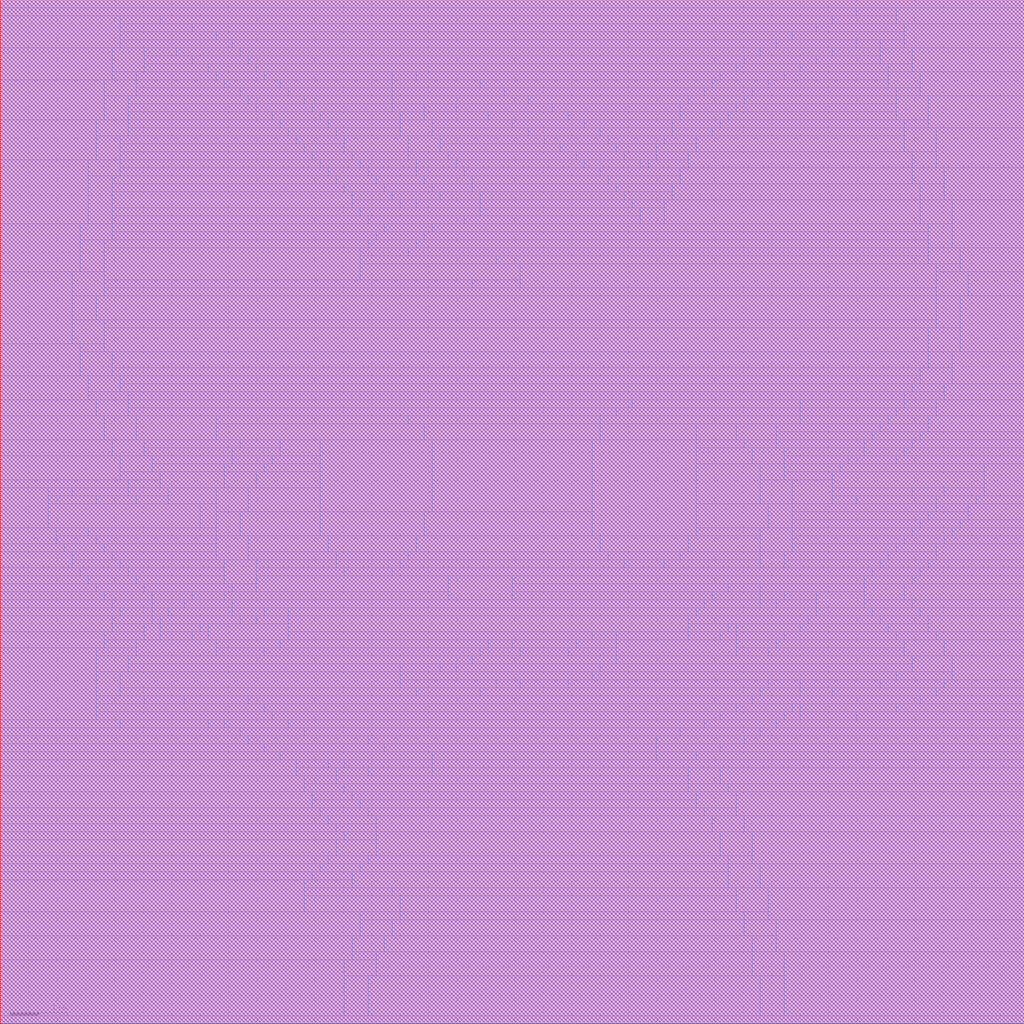
<source format=lef>
VERSION 5.7 ;
  NOWIREEXTENSIONATPIN ON ;
  DIVIDERCHAR "/" ;
  BUSBITCHARS "[]" ;
MACRO my_logo
  CLASS BLOCK ;
  FOREIGN my_logo ;
  ORIGIN 0.000 0.000 ;
  SIZE 35.840 BY 35.840 ;
  OBS
      LAYER met1 ;
        RECT 0.000 35.560 35.840 35.840 ;
        RECT 0.000 35.280 29.960 35.560 ;
      LAYER met1 ;
        RECT 29.960 35.280 31.360 35.560 ;
      LAYER met1 ;
        RECT 0.000 34.160 4.200 35.280 ;
      LAYER met1 ;
        RECT 4.200 35.000 5.600 35.280 ;
      LAYER met1 ;
        RECT 5.600 35.000 29.120 35.280 ;
      LAYER met1 ;
        RECT 29.120 35.000 31.360 35.280 ;
      LAYER met1 ;
        RECT 31.360 35.000 35.840 35.560 ;
      LAYER met1 ;
        RECT 4.200 34.720 6.720 35.000 ;
      LAYER met1 ;
        RECT 6.720 34.720 28.560 35.000 ;
      LAYER met1 ;
        RECT 28.560 34.720 31.640 35.000 ;
        RECT 4.200 34.440 7.560 34.720 ;
      LAYER met1 ;
        RECT 7.560 34.440 27.720 34.720 ;
      LAYER met1 ;
        RECT 27.720 34.440 31.640 34.720 ;
        RECT 4.200 34.160 8.120 34.440 ;
      LAYER met1 ;
        RECT 8.120 34.160 27.160 34.440 ;
      LAYER met1 ;
        RECT 27.160 34.160 29.960 34.440 ;
      LAYER met1 ;
        RECT 29.960 34.160 30.800 34.440 ;
      LAYER met1 ;
        RECT 30.800 34.160 31.640 34.440 ;
      LAYER met1 ;
        RECT 31.640 34.160 35.840 35.000 ;
        RECT 0.000 33.040 3.920 34.160 ;
      LAYER met1 ;
        RECT 3.920 33.320 5.040 34.160 ;
      LAYER met1 ;
        RECT 5.040 33.880 6.160 34.160 ;
      LAYER met1 ;
        RECT 6.160 33.880 8.400 34.160 ;
      LAYER met1 ;
        RECT 8.400 33.880 26.600 34.160 ;
      LAYER met1 ;
        RECT 26.600 33.880 29.120 34.160 ;
      LAYER met1 ;
        RECT 29.120 33.880 30.800 34.160 ;
        RECT 5.040 33.600 6.720 33.880 ;
      LAYER met1 ;
        RECT 6.720 33.600 8.680 33.880 ;
      LAYER met1 ;
        RECT 8.680 33.600 26.040 33.880 ;
      LAYER met1 ;
        RECT 26.040 33.600 28.560 33.880 ;
      LAYER met1 ;
        RECT 28.560 33.600 30.800 33.880 ;
      LAYER met1 ;
        RECT 30.800 33.600 31.920 34.160 ;
      LAYER met1 ;
        RECT 5.040 33.320 7.280 33.600 ;
      LAYER met1 ;
        RECT 7.280 33.320 8.960 33.600 ;
      LAYER met1 ;
        RECT 8.960 33.320 25.760 33.600 ;
      LAYER met1 ;
        RECT 25.760 33.320 28.000 33.600 ;
      LAYER met1 ;
        RECT 28.000 33.320 31.080 33.600 ;
      LAYER met1 ;
        RECT 31.080 33.320 31.920 33.600 ;
      LAYER met1 ;
        RECT 31.920 33.320 35.840 34.160 ;
      LAYER met1 ;
        RECT 3.920 33.040 4.760 33.320 ;
      LAYER met1 ;
        RECT 4.760 33.040 7.560 33.320 ;
      LAYER met1 ;
        RECT 7.560 33.040 9.240 33.320 ;
      LAYER met1 ;
        RECT 9.240 33.040 13.720 33.320 ;
      LAYER met1 ;
        RECT 13.720 33.040 14.560 33.320 ;
      LAYER met1 ;
        RECT 14.560 33.040 25.200 33.320 ;
      LAYER met1 ;
        RECT 25.200 33.040 27.440 33.320 ;
      LAYER met1 ;
        RECT 27.440 33.040 31.080 33.320 ;
        RECT 0.000 31.640 3.640 33.040 ;
      LAYER met1 ;
        RECT 3.640 32.480 4.760 33.040 ;
      LAYER met1 ;
        RECT 4.760 32.760 7.840 33.040 ;
      LAYER met1 ;
        RECT 7.840 32.760 9.800 33.040 ;
      LAYER met1 ;
        RECT 9.800 32.760 13.720 33.040 ;
      LAYER met1 ;
        RECT 13.720 32.760 16.800 33.040 ;
      LAYER met1 ;
        RECT 16.800 32.760 24.920 33.040 ;
      LAYER met1 ;
        RECT 24.920 32.760 26.880 33.040 ;
      LAYER met1 ;
        RECT 26.880 32.760 31.080 33.040 ;
      LAYER met1 ;
        RECT 31.080 32.760 32.200 33.320 ;
      LAYER met1 ;
        RECT 4.760 32.480 8.400 32.760 ;
      LAYER met1 ;
        RECT 8.400 32.480 10.080 32.760 ;
      LAYER met1 ;
        RECT 10.080 32.480 13.720 32.760 ;
      LAYER met1 ;
        RECT 13.720 32.480 17.640 32.760 ;
      LAYER met1 ;
        RECT 17.640 32.480 24.640 32.760 ;
      LAYER met1 ;
        RECT 24.640 32.480 26.320 32.760 ;
      LAYER met1 ;
        RECT 26.320 32.480 31.360 32.760 ;
      LAYER met1 ;
        RECT 31.360 32.480 32.200 32.760 ;
      LAYER met1 ;
        RECT 32.200 32.480 35.840 33.320 ;
      LAYER met1 ;
        RECT 3.640 31.640 4.480 32.480 ;
      LAYER met1 ;
        RECT 4.480 32.200 8.680 32.480 ;
      LAYER met1 ;
        RECT 8.680 32.200 10.640 32.480 ;
      LAYER met1 ;
        RECT 10.640 32.200 13.720 32.480 ;
      LAYER met1 ;
        RECT 13.720 32.200 18.480 32.480 ;
      LAYER met1 ;
        RECT 18.480 32.200 24.080 32.480 ;
      LAYER met1 ;
        RECT 24.080 32.200 26.040 32.480 ;
      LAYER met1 ;
        RECT 26.040 32.200 31.360 32.480 ;
        RECT 4.480 31.920 8.960 32.200 ;
      LAYER met1 ;
        RECT 8.960 31.920 10.920 32.200 ;
      LAYER met1 ;
        RECT 10.920 31.920 13.720 32.200 ;
      LAYER met1 ;
        RECT 13.720 31.920 14.840 32.200 ;
      LAYER met1 ;
        RECT 14.840 31.920 15.960 32.200 ;
      LAYER met1 ;
        RECT 15.960 31.920 19.320 32.200 ;
      LAYER met1 ;
        RECT 19.320 31.920 23.800 32.200 ;
      LAYER met1 ;
        RECT 23.800 31.920 25.760 32.200 ;
      LAYER met1 ;
        RECT 25.760 31.920 31.360 32.200 ;
        RECT 4.480 31.640 9.520 31.920 ;
      LAYER met1 ;
        RECT 9.520 31.640 11.200 31.920 ;
      LAYER met1 ;
        RECT 11.200 31.640 14.000 31.920 ;
      LAYER met1 ;
        RECT 14.000 31.640 14.840 31.920 ;
      LAYER met1 ;
        RECT 14.840 31.640 17.080 31.920 ;
      LAYER met1 ;
        RECT 17.080 31.640 19.880 31.920 ;
      LAYER met1 ;
        RECT 19.880 31.640 23.800 31.920 ;
      LAYER met1 ;
        RECT 23.800 31.640 25.480 31.920 ;
      LAYER met1 ;
        RECT 25.480 31.640 31.360 31.920 ;
      LAYER met1 ;
        RECT 31.360 31.640 32.480 32.480 ;
      LAYER met1 ;
        RECT 0.000 30.240 3.360 31.640 ;
      LAYER met1 ;
        RECT 3.360 31.080 4.480 31.640 ;
      LAYER met1 ;
        RECT 4.480 31.360 9.800 31.640 ;
      LAYER met1 ;
        RECT 9.800 31.360 11.480 31.640 ;
      LAYER met1 ;
        RECT 11.480 31.360 14.000 31.640 ;
        RECT 4.480 31.080 10.080 31.360 ;
      LAYER met1 ;
        RECT 10.080 31.080 11.760 31.360 ;
      LAYER met1 ;
        RECT 11.760 31.080 14.000 31.360 ;
      LAYER met1 ;
        RECT 14.000 31.080 15.120 31.640 ;
      LAYER met1 ;
        RECT 15.120 31.360 17.920 31.640 ;
      LAYER met1 ;
        RECT 17.920 31.360 20.440 31.640 ;
      LAYER met1 ;
        RECT 20.440 31.360 23.520 31.640 ;
      LAYER met1 ;
        RECT 23.520 31.360 25.200 31.640 ;
      LAYER met1 ;
        RECT 25.200 31.360 31.640 31.640 ;
      LAYER met1 ;
        RECT 31.640 31.360 32.480 31.640 ;
      LAYER met1 ;
        RECT 32.480 31.360 35.840 32.480 ;
        RECT 15.120 31.080 18.480 31.360 ;
      LAYER met1 ;
        RECT 18.480 31.080 21.000 31.360 ;
      LAYER met1 ;
        RECT 21.000 31.080 23.520 31.360 ;
      LAYER met1 ;
        RECT 23.520 31.080 24.920 31.360 ;
      LAYER met1 ;
        RECT 24.920 31.080 31.640 31.360 ;
      LAYER met1 ;
        RECT 3.360 30.240 4.200 31.080 ;
      LAYER met1 ;
        RECT 4.200 30.800 10.360 31.080 ;
      LAYER met1 ;
        RECT 10.360 30.800 12.040 31.080 ;
      LAYER met1 ;
        RECT 4.200 30.520 10.640 30.800 ;
      LAYER met1 ;
        RECT 10.640 30.520 12.040 30.800 ;
      LAYER met1 ;
        RECT 12.040 30.520 14.280 31.080 ;
      LAYER met1 ;
        RECT 14.280 30.520 15.400 31.080 ;
      LAYER met1 ;
        RECT 15.400 30.800 19.040 31.080 ;
      LAYER met1 ;
        RECT 19.040 30.800 21.280 31.080 ;
      LAYER met1 ;
        RECT 21.280 30.800 23.240 31.080 ;
      LAYER met1 ;
        RECT 23.240 30.800 24.360 31.080 ;
      LAYER met1 ;
        RECT 15.400 30.520 19.600 30.800 ;
      LAYER met1 ;
        RECT 19.600 30.520 21.560 30.800 ;
      LAYER met1 ;
        RECT 21.560 30.520 22.960 30.800 ;
      LAYER met1 ;
        RECT 22.960 30.520 24.360 30.800 ;
      LAYER met1 ;
        RECT 24.360 30.520 31.640 31.080 ;
      LAYER met1 ;
        RECT 31.640 30.520 32.760 31.360 ;
      LAYER met1 ;
        RECT 4.200 30.240 10.920 30.520 ;
      LAYER met1 ;
        RECT 10.920 30.240 12.320 30.520 ;
      LAYER met1 ;
        RECT 12.320 30.240 14.280 30.520 ;
      LAYER met1 ;
        RECT 14.280 30.240 15.680 30.520 ;
      LAYER met1 ;
        RECT 15.680 30.240 20.160 30.520 ;
      LAYER met1 ;
        RECT 20.160 30.240 21.840 30.520 ;
      LAYER met1 ;
        RECT 21.840 30.240 22.960 30.520 ;
      LAYER met1 ;
        RECT 22.960 30.240 24.080 30.520 ;
      LAYER met1 ;
        RECT 0.000 28.000 3.080 30.240 ;
      LAYER met1 ;
        RECT 3.080 29.680 4.200 30.240 ;
      LAYER met1 ;
        RECT 4.200 29.960 11.200 30.240 ;
      LAYER met1 ;
        RECT 11.200 29.960 12.600 30.240 ;
      LAYER met1 ;
        RECT 12.600 29.960 14.560 30.240 ;
      LAYER met1 ;
        RECT 14.560 29.960 15.960 30.240 ;
      LAYER met1 ;
        RECT 15.960 29.960 20.440 30.240 ;
      LAYER met1 ;
        RECT 20.440 29.960 22.400 30.240 ;
      LAYER met1 ;
        RECT 22.400 29.960 22.680 30.240 ;
      LAYER met1 ;
        RECT 22.680 29.960 24.080 30.240 ;
      LAYER met1 ;
        RECT 24.080 29.960 31.920 30.520 ;
      LAYER met1 ;
        RECT 31.920 29.960 32.760 30.520 ;
      LAYER met1 ;
        RECT 32.760 29.960 35.840 31.360 ;
        RECT 4.200 29.680 11.480 29.960 ;
      LAYER met1 ;
        RECT 11.480 29.680 12.880 29.960 ;
      LAYER met1 ;
        RECT 12.880 29.680 14.560 29.960 ;
      LAYER met1 ;
        RECT 14.560 29.680 16.240 29.960 ;
      LAYER met1 ;
        RECT 16.240 29.680 21.000 29.960 ;
      LAYER met1 ;
        RECT 21.000 29.680 23.800 29.960 ;
        RECT 3.080 28.000 3.920 29.680 ;
      LAYER met1 ;
        RECT 3.920 29.400 11.760 29.680 ;
      LAYER met1 ;
        RECT 11.760 29.400 13.160 29.680 ;
      LAYER met1 ;
        RECT 13.160 29.400 14.840 29.680 ;
      LAYER met1 ;
        RECT 14.840 29.400 16.520 29.680 ;
      LAYER met1 ;
        RECT 16.520 29.400 21.280 29.680 ;
      LAYER met1 ;
        RECT 21.280 29.400 23.800 29.680 ;
      LAYER met1 ;
        RECT 23.800 29.400 31.920 29.960 ;
      LAYER met1 ;
        RECT 31.920 29.400 33.040 29.960 ;
      LAYER met1 ;
        RECT 3.920 29.120 12.040 29.400 ;
      LAYER met1 ;
        RECT 12.040 29.120 13.440 29.400 ;
      LAYER met1 ;
        RECT 13.440 29.120 15.120 29.400 ;
      LAYER met1 ;
        RECT 15.120 29.120 16.520 29.400 ;
      LAYER met1 ;
        RECT 16.520 29.120 21.560 29.400 ;
      LAYER met1 ;
        RECT 21.560 29.120 23.520 29.400 ;
      LAYER met1 ;
        RECT 3.920 28.560 12.320 29.120 ;
      LAYER met1 ;
        RECT 12.320 28.840 13.720 29.120 ;
      LAYER met1 ;
        RECT 13.720 28.840 15.400 29.120 ;
      LAYER met1 ;
        RECT 15.400 28.840 16.800 29.120 ;
      LAYER met1 ;
        RECT 16.800 28.840 21.840 29.120 ;
      LAYER met1 ;
        RECT 21.840 28.840 23.520 29.120 ;
      LAYER met1 ;
        RECT 23.520 28.840 32.200 29.400 ;
      LAYER met1 ;
        RECT 32.200 28.840 33.040 29.400 ;
      LAYER met1 ;
        RECT 33.040 28.840 35.840 29.960 ;
      LAYER met1 ;
        RECT 12.320 28.560 14.000 28.840 ;
      LAYER met1 ;
        RECT 14.000 28.560 14.560 28.840 ;
      LAYER met1 ;
        RECT 14.560 28.560 16.800 28.840 ;
      LAYER met1 ;
        RECT 16.800 28.560 22.120 28.840 ;
      LAYER met1 ;
        RECT 22.120 28.560 23.240 28.840 ;
      LAYER met1 ;
        RECT 3.920 28.280 12.600 28.560 ;
      LAYER met1 ;
        RECT 12.600 28.280 16.800 28.560 ;
      LAYER met1 ;
        RECT 16.800 28.280 22.400 28.560 ;
        RECT 3.920 28.000 12.880 28.280 ;
      LAYER met1 ;
        RECT 12.880 28.000 16.240 28.280 ;
      LAYER met1 ;
        RECT 16.240 28.000 22.400 28.280 ;
      LAYER met1 ;
        RECT 22.400 28.000 23.240 28.560 ;
      LAYER met1 ;
        RECT 23.240 28.000 32.200 28.840 ;
      LAYER met1 ;
        RECT 32.200 28.000 33.320 28.840 ;
      LAYER met1 ;
        RECT 0.000 26.320 2.800 28.000 ;
      LAYER met1 ;
        RECT 2.800 27.440 3.920 28.000 ;
      LAYER met1 ;
        RECT 3.920 27.720 13.440 28.000 ;
      LAYER met1 ;
        RECT 13.440 27.720 15.120 28.000 ;
      LAYER met1 ;
        RECT 15.120 27.720 32.480 28.000 ;
        RECT 3.920 27.440 13.160 27.720 ;
      LAYER met1 ;
        RECT 13.160 27.440 14.840 27.720 ;
      LAYER met1 ;
        RECT 14.840 27.440 32.480 27.720 ;
      LAYER met1 ;
        RECT 2.800 26.320 3.640 27.440 ;
      LAYER met1 ;
        RECT 3.640 27.160 12.880 27.440 ;
      LAYER met1 ;
        RECT 12.880 27.160 14.560 27.440 ;
      LAYER met1 ;
        RECT 14.560 27.160 32.480 27.440 ;
      LAYER met1 ;
        RECT 32.480 27.160 33.320 28.000 ;
      LAYER met1 ;
        RECT 33.320 27.160 35.840 28.840 ;
        RECT 0.000 23.800 2.520 26.320 ;
      LAYER met1 ;
        RECT 2.520 25.480 3.640 26.320 ;
      LAYER met1 ;
        RECT 3.640 26.040 12.600 27.160 ;
      LAYER met1 ;
        RECT 12.600 26.880 14.280 27.160 ;
      LAYER met1 ;
        RECT 14.280 26.880 32.480 27.160 ;
      LAYER met1 ;
        RECT 12.600 26.600 17.360 26.880 ;
      LAYER met1 ;
        RECT 17.360 26.600 32.480 26.880 ;
      LAYER met1 ;
        RECT 32.480 26.600 33.600 27.160 ;
        RECT 12.600 26.040 18.200 26.600 ;
      LAYER met1 ;
        RECT 3.640 25.760 16.520 26.040 ;
      LAYER met1 ;
        RECT 16.520 25.760 18.200 26.040 ;
      LAYER met1 ;
        RECT 18.200 25.760 32.760 26.600 ;
      LAYER met1 ;
        RECT 32.760 26.320 33.600 26.600 ;
      LAYER met1 ;
        RECT 33.600 26.320 35.840 27.160 ;
        RECT 3.640 25.480 32.760 25.760 ;
      LAYER met1 ;
        RECT 32.760 25.480 33.880 26.320 ;
      LAYER met1 ;
        RECT 33.880 25.480 35.840 26.320 ;
      LAYER met1 ;
        RECT 2.520 24.640 3.360 25.480 ;
      LAYER met1 ;
        RECT 3.360 24.640 32.760 25.480 ;
      LAYER met1 ;
        RECT 2.520 23.800 3.640 24.640 ;
      LAYER met1 ;
        RECT 3.640 24.360 32.760 24.640 ;
      LAYER met1 ;
        RECT 32.760 24.360 33.600 25.480 ;
      LAYER met1 ;
        RECT 0.000 22.680 2.800 23.800 ;
      LAYER met1 ;
        RECT 2.800 23.520 3.640 23.800 ;
      LAYER met1 ;
        RECT 3.640 23.520 32.480 24.360 ;
      LAYER met1 ;
        RECT 32.480 23.520 33.600 24.360 ;
      LAYER met1 ;
        RECT 33.600 23.520 35.840 25.480 ;
      LAYER met1 ;
        RECT 2.800 22.680 3.920 23.520 ;
      LAYER met1 ;
        RECT 3.920 22.960 32.480 23.520 ;
      LAYER met1 ;
        RECT 32.480 22.960 33.320 23.520 ;
      LAYER met1 ;
        RECT 3.920 22.680 32.200 22.960 ;
        RECT 0.000 21.840 3.080 22.680 ;
      LAYER met1 ;
        RECT 3.080 22.120 4.200 22.680 ;
      LAYER met1 ;
        RECT 4.200 22.400 32.200 22.680 ;
      LAYER met1 ;
        RECT 32.200 22.400 33.320 22.960 ;
      LAYER met1 ;
        RECT 33.320 22.400 35.840 23.520 ;
        RECT 4.200 22.120 31.920 22.400 ;
      LAYER met1 ;
        RECT 31.920 22.120 33.040 22.400 ;
        RECT 3.080 21.840 4.480 22.120 ;
      LAYER met1 ;
        RECT 4.480 21.840 31.640 22.120 ;
      LAYER met1 ;
        RECT 31.640 21.840 33.040 22.120 ;
      LAYER met1 ;
        RECT 33.040 21.840 35.840 22.400 ;
        RECT 0.000 21.280 3.360 21.840 ;
      LAYER met1 ;
        RECT 3.360 21.280 4.480 21.840 ;
      LAYER met1 ;
        RECT 4.480 21.560 22.120 21.840 ;
      LAYER met1 ;
        RECT 22.120 21.560 28.000 21.840 ;
      LAYER met1 ;
        RECT 28.000 21.560 31.640 21.840 ;
      LAYER met1 ;
        RECT 31.640 21.560 32.760 21.840 ;
      LAYER met1 ;
        RECT 4.480 21.280 21.560 21.560 ;
      LAYER met1 ;
        RECT 21.560 21.280 28.000 21.560 ;
      LAYER met1 ;
        RECT 28.000 21.280 31.360 21.560 ;
      LAYER met1 ;
        RECT 31.360 21.280 32.760 21.560 ;
      LAYER met1 ;
        RECT 32.760 21.280 35.840 21.840 ;
        RECT 0.000 20.440 3.640 21.280 ;
      LAYER met1 ;
        RECT 3.640 20.440 4.760 21.280 ;
      LAYER met1 ;
        RECT 4.760 20.440 7.560 21.280 ;
      LAYER met1 ;
        RECT 7.560 21.000 14.280 21.280 ;
      LAYER met1 ;
        RECT 14.280 21.000 21.000 21.280 ;
      LAYER met1 ;
        RECT 21.000 21.000 28.000 21.280 ;
      LAYER met1 ;
        RECT 28.000 21.000 31.080 21.280 ;
      LAYER met1 ;
        RECT 31.080 21.000 32.480 21.280 ;
        RECT 7.560 20.440 14.840 21.000 ;
      LAYER met1 ;
        RECT 14.840 20.440 21.000 21.000 ;
      LAYER met1 ;
        RECT 21.000 20.440 24.360 21.000 ;
      LAYER met1 ;
        RECT 24.360 20.440 25.760 21.000 ;
      LAYER met1 ;
        RECT 25.760 20.440 27.160 21.000 ;
      LAYER met1 ;
        RECT 27.160 20.720 30.800 21.000 ;
      LAYER met1 ;
        RECT 30.800 20.720 32.480 21.000 ;
      LAYER met1 ;
        RECT 32.480 20.720 35.840 21.280 ;
        RECT 27.160 20.440 30.520 20.720 ;
      LAYER met1 ;
        RECT 30.520 20.440 32.200 20.720 ;
      LAYER met1 ;
        RECT 32.200 20.440 35.840 20.720 ;
        RECT 0.000 19.880 3.920 20.440 ;
      LAYER met1 ;
        RECT 3.920 19.880 5.040 20.440 ;
      LAYER met1 ;
        RECT 5.040 20.160 8.400 20.440 ;
      LAYER met1 ;
        RECT 8.400 20.160 9.800 20.440 ;
      LAYER met1 ;
        RECT 5.040 19.880 8.120 20.160 ;
      LAYER met1 ;
        RECT 8.120 19.880 9.800 20.160 ;
      LAYER met1 ;
        RECT 9.800 19.880 11.200 20.440 ;
        RECT 0.000 19.040 4.200 19.880 ;
      LAYER met1 ;
        RECT 4.200 19.320 5.320 19.880 ;
      LAYER met1 ;
        RECT 5.320 19.600 8.120 19.880 ;
      LAYER met1 ;
        RECT 8.120 19.600 9.520 19.880 ;
      LAYER met1 ;
        RECT 9.520 19.600 11.200 19.880 ;
        RECT 5.320 19.320 7.840 19.600 ;
      LAYER met1 ;
        RECT 7.840 19.320 9.240 19.600 ;
      LAYER met1 ;
        RECT 9.240 19.320 11.200 19.600 ;
      LAYER met1 ;
        RECT 4.200 19.040 5.600 19.320 ;
      LAYER met1 ;
        RECT 0.000 18.760 4.480 19.040 ;
      LAYER met1 ;
        RECT 4.480 18.760 5.600 19.040 ;
      LAYER met1 ;
        RECT 5.600 18.760 7.840 19.320 ;
      LAYER met1 ;
        RECT 7.840 18.760 8.960 19.320 ;
      LAYER met1 ;
        RECT 8.960 18.760 11.200 19.320 ;
        RECT 0.000 17.360 1.680 18.760 ;
      LAYER met1 ;
        RECT 1.680 18.480 2.520 18.760 ;
      LAYER met1 ;
        RECT 2.520 18.480 4.480 18.760 ;
      LAYER met1 ;
        RECT 4.480 18.480 5.880 18.760 ;
        RECT 1.680 18.200 3.360 18.480 ;
      LAYER met1 ;
        RECT 3.360 18.200 4.760 18.480 ;
      LAYER met1 ;
        RECT 4.760 18.200 5.880 18.480 ;
      LAYER met1 ;
        RECT 5.880 18.200 7.560 18.760 ;
      LAYER met1 ;
        RECT 1.680 17.360 7.000 18.200 ;
      LAYER met1 ;
        RECT 7.000 17.360 7.560 18.200 ;
      LAYER met1 ;
        RECT 7.560 17.920 8.680 18.760 ;
      LAYER met1 ;
        RECT 8.680 17.920 11.200 18.760 ;
      LAYER met1 ;
        RECT 11.200 17.920 15.120 20.440 ;
      LAYER met1 ;
        RECT 15.120 17.920 20.720 20.440 ;
        RECT 0.000 16.800 1.960 17.360 ;
      LAYER met1 ;
        RECT 1.960 17.080 3.080 17.360 ;
      LAYER met1 ;
        RECT 3.080 17.080 7.560 17.360 ;
      LAYER met1 ;
        RECT 7.560 17.080 8.400 17.920 ;
      LAYER met1 ;
        RECT 8.400 17.080 11.200 17.920 ;
      LAYER met1 ;
        RECT 11.200 17.080 14.840 17.920 ;
      LAYER met1 ;
        RECT 14.840 17.080 20.720 17.920 ;
      LAYER met1 ;
        RECT 20.720 17.080 24.360 20.440 ;
      LAYER met1 ;
        RECT 24.360 20.160 26.040 20.440 ;
      LAYER met1 ;
        RECT 26.040 20.160 27.160 20.440 ;
      LAYER met1 ;
        RECT 27.160 20.160 30.240 20.440 ;
      LAYER met1 ;
        RECT 30.240 20.160 31.920 20.440 ;
      LAYER met1 ;
        RECT 31.920 20.160 35.840 20.440 ;
        RECT 24.360 19.600 26.320 20.160 ;
      LAYER met1 ;
        RECT 26.320 19.600 27.440 20.160 ;
      LAYER met1 ;
        RECT 27.440 19.880 30.240 20.160 ;
      LAYER met1 ;
        RECT 30.240 19.880 31.640 20.160 ;
      LAYER met1 ;
        RECT 31.640 19.880 35.840 20.160 ;
        RECT 27.440 19.600 29.680 19.880 ;
      LAYER met1 ;
        RECT 29.680 19.600 31.360 19.880 ;
      LAYER met1 ;
        RECT 31.360 19.600 35.840 19.880 ;
        RECT 24.360 18.200 26.600 19.600 ;
      LAYER met1 ;
        RECT 26.600 19.040 27.440 19.600 ;
      LAYER met1 ;
        RECT 27.440 19.320 29.400 19.600 ;
      LAYER met1 ;
        RECT 29.400 19.320 34.440 19.600 ;
      LAYER met1 ;
        RECT 27.440 19.040 29.120 19.320 ;
      LAYER met1 ;
        RECT 26.600 18.200 27.720 19.040 ;
      LAYER met1 ;
        RECT 27.720 18.200 29.120 19.040 ;
      LAYER met1 ;
        RECT 29.120 18.760 34.440 19.320 ;
        RECT 29.120 18.480 31.920 18.760 ;
      LAYER met1 ;
        RECT 31.920 18.480 33.040 18.760 ;
      LAYER met1 ;
        RECT 33.040 18.480 34.440 18.760 ;
      LAYER met1 ;
        RECT 34.440 18.480 35.840 19.600 ;
      LAYER met1 ;
        RECT 29.120 18.200 29.960 18.480 ;
      LAYER met1 ;
        RECT 29.960 18.200 32.760 18.480 ;
      LAYER met1 ;
        RECT 32.760 18.200 34.160 18.480 ;
      LAYER met1 ;
        RECT 34.160 18.200 35.840 18.480 ;
        RECT 24.360 17.360 26.880 18.200 ;
      LAYER met1 ;
        RECT 26.880 17.360 27.720 18.200 ;
      LAYER met1 ;
        RECT 27.720 17.920 32.760 18.200 ;
      LAYER met1 ;
        RECT 32.760 17.920 33.880 18.200 ;
      LAYER met1 ;
        RECT 27.720 17.640 32.480 17.920 ;
      LAYER met1 ;
        RECT 32.480 17.640 33.880 17.920 ;
      LAYER met1 ;
        RECT 33.880 17.640 35.840 18.200 ;
        RECT 27.720 17.360 32.200 17.640 ;
      LAYER met1 ;
        RECT 32.200 17.360 33.600 17.640 ;
      LAYER met1 ;
        RECT 33.600 17.360 35.840 17.640 ;
        RECT 24.360 17.080 26.600 17.360 ;
      LAYER met1 ;
        RECT 1.960 16.800 3.360 17.080 ;
      LAYER met1 ;
        RECT 3.360 16.800 7.560 17.080 ;
        RECT 0.000 16.520 2.240 16.800 ;
      LAYER met1 ;
        RECT 2.240 16.520 3.640 16.800 ;
      LAYER met1 ;
        RECT 3.640 16.520 7.560 16.800 ;
        RECT 0.000 15.960 2.520 16.520 ;
      LAYER met1 ;
        RECT 2.520 16.240 3.920 16.520 ;
      LAYER met1 ;
        RECT 3.920 16.240 7.560 16.520 ;
      LAYER met1 ;
        RECT 7.560 16.240 8.680 17.080 ;
      LAYER met1 ;
        RECT 8.680 16.520 11.480 17.080 ;
      LAYER met1 ;
        RECT 11.480 16.520 14.560 17.080 ;
      LAYER met1 ;
        RECT 14.560 16.520 21.000 17.080 ;
      LAYER met1 ;
        RECT 21.000 16.520 24.080 17.080 ;
      LAYER met1 ;
        RECT 24.080 16.520 26.600 17.080 ;
      LAYER met1 ;
        RECT 26.600 16.520 27.720 17.360 ;
      LAYER met1 ;
        RECT 27.720 17.080 31.920 17.360 ;
      LAYER met1 ;
        RECT 31.920 17.080 33.320 17.360 ;
      LAYER met1 ;
        RECT 33.320 17.080 35.840 17.360 ;
        RECT 27.720 16.800 31.640 17.080 ;
      LAYER met1 ;
        RECT 31.640 16.800 33.040 17.080 ;
      LAYER met1 ;
        RECT 33.040 16.800 35.840 17.080 ;
        RECT 27.720 16.520 31.360 16.800 ;
      LAYER met1 ;
        RECT 31.360 16.520 32.760 16.800 ;
      LAYER met1 ;
        RECT 8.680 16.240 11.760 16.520 ;
      LAYER met1 ;
        RECT 11.760 16.240 14.280 16.520 ;
      LAYER met1 ;
        RECT 14.280 16.240 21.280 16.520 ;
      LAYER met1 ;
        RECT 21.280 16.240 23.800 16.520 ;
      LAYER met1 ;
        RECT 23.800 16.240 26.600 16.520 ;
      LAYER met1 ;
        RECT 2.520 15.960 4.200 16.240 ;
      LAYER met1 ;
        RECT 4.200 15.960 7.840 16.240 ;
        RECT 0.000 15.680 2.800 15.960 ;
      LAYER met1 ;
        RECT 2.800 15.680 4.480 15.960 ;
      LAYER met1 ;
        RECT 4.480 15.680 7.840 15.960 ;
        RECT 0.000 15.400 3.080 15.680 ;
      LAYER met1 ;
        RECT 3.080 15.400 4.760 15.680 ;
      LAYER met1 ;
        RECT 4.760 15.400 7.840 15.680 ;
      LAYER met1 ;
        RECT 7.840 15.400 8.960 16.240 ;
      LAYER met1 ;
        RECT 8.960 15.960 11.760 16.240 ;
      LAYER met1 ;
        RECT 11.760 15.960 14.000 16.240 ;
      LAYER met1 ;
        RECT 14.000 15.960 21.840 16.240 ;
      LAYER met1 ;
        RECT 21.840 15.960 23.240 16.240 ;
      LAYER met1 ;
        RECT 23.240 15.960 26.600 16.240 ;
      LAYER met1 ;
        RECT 26.600 15.960 27.440 16.520 ;
      LAYER met1 ;
        RECT 27.440 16.240 31.080 16.520 ;
      LAYER met1 ;
        RECT 31.080 16.240 32.760 16.520 ;
      LAYER met1 ;
        RECT 32.760 16.240 35.840 16.800 ;
        RECT 27.440 15.960 30.800 16.240 ;
      LAYER met1 ;
        RECT 30.800 15.960 32.480 16.240 ;
      LAYER met1 ;
        RECT 32.480 15.960 35.840 16.240 ;
        RECT 8.960 15.680 12.040 15.960 ;
      LAYER met1 ;
        RECT 12.040 15.680 13.720 15.960 ;
      LAYER met1 ;
        RECT 13.720 15.680 30.520 15.960 ;
      LAYER met1 ;
        RECT 30.520 15.680 32.200 15.960 ;
      LAYER met1 ;
        RECT 32.200 15.680 35.840 15.960 ;
        RECT 0.000 15.120 3.360 15.400 ;
      LAYER met1 ;
        RECT 3.360 15.120 5.040 15.400 ;
      LAYER met1 ;
        RECT 5.040 15.120 8.120 15.400 ;
      LAYER met1 ;
        RECT 8.120 15.120 8.960 15.400 ;
      LAYER met1 ;
        RECT 8.960 15.120 15.680 15.680 ;
        RECT 0.000 14.840 3.640 15.120 ;
      LAYER met1 ;
        RECT 3.640 14.840 5.320 15.120 ;
      LAYER met1 ;
        RECT 5.320 14.840 6.720 15.120 ;
      LAYER met1 ;
        RECT 6.720 14.840 7.840 15.120 ;
      LAYER met1 ;
        RECT 7.840 14.840 15.680 15.120 ;
      LAYER met1 ;
        RECT 15.680 14.840 17.920 15.680 ;
      LAYER met1 ;
        RECT 17.920 15.400 30.240 15.680 ;
      LAYER met1 ;
        RECT 30.240 15.400 31.920 15.680 ;
      LAYER met1 ;
        RECT 31.920 15.400 35.840 15.680 ;
        RECT 17.920 15.120 25.480 15.400 ;
      LAYER met1 ;
        RECT 25.480 15.120 26.600 15.400 ;
      LAYER met1 ;
        RECT 26.600 15.120 30.240 15.400 ;
        RECT 17.920 14.840 24.920 15.120 ;
      LAYER met1 ;
        RECT 24.920 14.840 26.600 15.120 ;
      LAYER met1 ;
        RECT 26.600 14.840 27.440 15.120 ;
      LAYER met1 ;
        RECT 27.440 14.840 28.560 15.120 ;
      LAYER met1 ;
        RECT 0.000 14.560 3.920 14.840 ;
      LAYER met1 ;
        RECT 3.920 14.560 5.320 14.840 ;
      LAYER met1 ;
        RECT 5.320 14.560 6.440 14.840 ;
      LAYER met1 ;
        RECT 6.440 14.560 8.120 14.840 ;
      LAYER met1 ;
        RECT 8.120 14.560 24.640 14.840 ;
      LAYER met1 ;
        RECT 24.640 14.560 26.600 14.840 ;
      LAYER met1 ;
        RECT 26.600 14.560 27.160 14.840 ;
      LAYER met1 ;
        RECT 27.160 14.560 28.560 14.840 ;
      LAYER met1 ;
        RECT 28.560 14.560 30.240 15.120 ;
      LAYER met1 ;
        RECT 30.240 14.840 31.640 15.400 ;
      LAYER met1 ;
        RECT 31.640 14.840 35.840 15.400 ;
      LAYER met1 ;
        RECT 30.240 14.560 31.920 14.840 ;
      LAYER met1 ;
        RECT 31.920 14.560 35.840 14.840 ;
        RECT 0.000 14.280 4.200 14.560 ;
      LAYER met1 ;
        RECT 4.200 14.280 5.320 14.560 ;
      LAYER met1 ;
        RECT 5.320 14.280 5.880 14.560 ;
      LAYER met1 ;
        RECT 5.880 14.280 8.120 14.560 ;
      LAYER met1 ;
        RECT 8.120 14.280 9.240 14.560 ;
      LAYER met1 ;
        RECT 9.240 14.280 10.080 14.560 ;
      LAYER met1 ;
        RECT 10.080 14.280 24.360 14.560 ;
      LAYER met1 ;
        RECT 24.360 14.280 28.560 14.560 ;
      LAYER met1 ;
        RECT 28.560 14.280 30.520 14.560 ;
      LAYER met1 ;
        RECT 30.520 14.280 32.200 14.560 ;
      LAYER met1 ;
        RECT 32.200 14.280 35.840 14.560 ;
        RECT 0.000 13.720 3.920 14.280 ;
      LAYER met1 ;
        RECT 3.920 14.000 5.320 14.280 ;
      LAYER met1 ;
        RECT 5.320 14.000 5.600 14.280 ;
      LAYER met1 ;
        RECT 5.600 14.000 8.400 14.280 ;
      LAYER met1 ;
        RECT 8.400 14.000 8.960 14.280 ;
      LAYER met1 ;
        RECT 8.960 14.000 10.080 14.280 ;
        RECT 3.920 13.720 5.040 14.000 ;
      LAYER met1 ;
        RECT 0.000 13.160 3.640 13.720 ;
      LAYER met1 ;
        RECT 3.640 13.440 5.040 13.720 ;
      LAYER met1 ;
        RECT 5.040 13.440 5.600 14.000 ;
      LAYER met1 ;
        RECT 5.600 13.720 7.000 14.000 ;
      LAYER met1 ;
        RECT 7.000 13.720 7.280 14.000 ;
      LAYER met1 ;
        RECT 5.600 13.440 6.720 13.720 ;
      LAYER met1 ;
        RECT 6.720 13.440 7.280 13.720 ;
      LAYER met1 ;
        RECT 7.280 13.440 10.080 14.000 ;
      LAYER met1 ;
        RECT 10.080 13.720 24.080 14.280 ;
      LAYER met1 ;
        RECT 24.080 14.000 28.280 14.280 ;
      LAYER met1 ;
        RECT 28.280 14.000 30.800 14.280 ;
      LAYER met1 ;
        RECT 30.800 14.000 32.480 14.280 ;
        RECT 24.080 13.720 25.480 14.000 ;
      LAYER met1 ;
        RECT 25.480 13.720 25.760 14.000 ;
      LAYER met1 ;
        RECT 25.760 13.720 28.000 14.000 ;
      LAYER met1 ;
        RECT 28.000 13.720 31.080 14.000 ;
      LAYER met1 ;
        RECT 31.080 13.720 32.480 14.000 ;
      LAYER met1 ;
        RECT 32.480 13.720 35.840 14.280 ;
        RECT 10.080 13.440 20.720 13.720 ;
      LAYER met1 ;
        RECT 20.720 13.440 21.560 13.720 ;
      LAYER met1 ;
        RECT 21.560 13.440 24.080 13.720 ;
      LAYER met1 ;
        RECT 24.080 13.440 25.200 13.720 ;
      LAYER met1 ;
        RECT 25.200 13.440 25.760 13.720 ;
      LAYER met1 ;
        RECT 25.760 13.440 27.440 13.720 ;
      LAYER met1 ;
        RECT 27.440 13.440 31.360 13.720 ;
      LAYER met1 ;
        RECT 31.360 13.440 32.760 13.720 ;
      LAYER met1 ;
        RECT 32.760 13.440 35.840 13.720 ;
      LAYER met1 ;
        RECT 3.640 13.160 4.760 13.440 ;
      LAYER met1 ;
        RECT 0.000 10.640 3.360 13.160 ;
      LAYER met1 ;
        RECT 3.360 12.880 4.760 13.160 ;
      LAYER met1 ;
        RECT 4.760 12.880 7.560 13.440 ;
      LAYER met1 ;
        RECT 7.560 13.160 9.800 13.440 ;
      LAYER met1 ;
        RECT 9.800 13.160 17.080 13.440 ;
      LAYER met1 ;
        RECT 17.080 13.160 17.920 13.440 ;
      LAYER met1 ;
        RECT 17.920 13.160 20.160 13.440 ;
      LAYER met1 ;
        RECT 20.160 13.160 21.560 13.440 ;
        RECT 7.560 12.880 9.240 13.160 ;
      LAYER met1 ;
        RECT 9.240 12.880 16.800 13.160 ;
      LAYER met1 ;
        RECT 16.800 12.880 18.200 13.160 ;
      LAYER met1 ;
        RECT 18.200 12.880 19.880 13.160 ;
      LAYER met1 ;
        RECT 19.880 12.880 21.560 13.160 ;
      LAYER met1 ;
        RECT 21.560 12.880 25.760 13.440 ;
      LAYER met1 ;
        RECT 25.760 13.160 27.160 13.440 ;
      LAYER met1 ;
        RECT 27.160 13.160 31.640 13.440 ;
      LAYER met1 ;
        RECT 25.760 12.880 26.880 13.160 ;
      LAYER met1 ;
        RECT 26.880 12.880 31.640 13.160 ;
      LAYER met1 ;
        RECT 31.640 12.880 33.040 13.440 ;
      LAYER met1 ;
        RECT 33.040 12.880 35.840 13.440 ;
      LAYER met1 ;
        RECT 3.360 12.320 4.480 12.880 ;
      LAYER met1 ;
        RECT 4.480 12.600 16.520 12.880 ;
      LAYER met1 ;
        RECT 16.520 12.600 21.560 12.880 ;
      LAYER met1 ;
        RECT 21.560 12.600 31.920 12.880 ;
        RECT 4.480 12.320 14.000 12.600 ;
      LAYER met1 ;
        RECT 14.000 12.320 15.400 12.600 ;
      LAYER met1 ;
        RECT 15.400 12.320 15.960 12.600 ;
      LAYER met1 ;
        RECT 15.960 12.320 21.000 12.600 ;
      LAYER met1 ;
        RECT 21.000 12.320 31.920 12.600 ;
      LAYER met1 ;
        RECT 31.920 12.320 33.320 12.880 ;
        RECT 3.360 11.480 4.200 12.320 ;
      LAYER met1 ;
        RECT 4.200 11.760 14.000 12.320 ;
      LAYER met1 ;
        RECT 14.000 12.040 20.720 12.320 ;
      LAYER met1 ;
        RECT 20.720 12.040 31.360 12.320 ;
      LAYER met1 ;
        RECT 31.360 12.040 33.320 12.320 ;
      LAYER met1 ;
        RECT 33.320 12.040 35.840 12.880 ;
      LAYER met1 ;
        RECT 14.000 11.760 17.360 12.040 ;
      LAYER met1 ;
        RECT 17.360 11.760 18.200 12.040 ;
      LAYER met1 ;
        RECT 18.200 11.760 19.880 12.040 ;
      LAYER met1 ;
        RECT 19.880 11.760 26.880 12.040 ;
      LAYER met1 ;
        RECT 26.880 11.760 28.000 12.040 ;
      LAYER met1 ;
        RECT 28.000 11.760 30.800 12.040 ;
      LAYER met1 ;
        RECT 30.800 11.760 33.040 12.040 ;
      LAYER met1 ;
        RECT 33.040 11.760 35.840 12.040 ;
        RECT 4.200 11.480 14.560 11.760 ;
      LAYER met1 ;
        RECT 14.560 11.480 16.800 11.760 ;
      LAYER met1 ;
        RECT 16.800 11.480 26.600 11.760 ;
      LAYER met1 ;
        RECT 26.600 11.480 28.000 11.760 ;
      LAYER met1 ;
        RECT 28.000 11.480 29.120 11.760 ;
      LAYER met1 ;
        RECT 29.120 11.480 32.760 11.760 ;
      LAYER met1 ;
        RECT 32.760 11.480 35.840 11.760 ;
      LAYER met1 ;
        RECT 3.360 11.200 5.040 11.480 ;
      LAYER met1 ;
        RECT 5.040 11.200 6.440 11.480 ;
      LAYER met1 ;
        RECT 6.440 11.200 8.680 11.480 ;
      LAYER met1 ;
        RECT 8.680 11.200 26.320 11.480 ;
      LAYER met1 ;
        RECT 26.320 11.200 32.200 11.480 ;
      LAYER met1 ;
        RECT 32.200 11.200 35.840 11.480 ;
      LAYER met1 ;
        RECT 3.360 10.920 9.240 11.200 ;
      LAYER met1 ;
        RECT 9.240 10.920 25.760 11.200 ;
      LAYER met1 ;
        RECT 25.760 10.920 27.720 11.200 ;
      LAYER met1 ;
        RECT 27.720 10.920 28.000 11.200 ;
      LAYER met1 ;
        RECT 28.000 10.920 31.360 11.200 ;
      LAYER met1 ;
        RECT 31.360 10.920 35.840 11.200 ;
      LAYER met1 ;
        RECT 3.360 10.640 9.520 10.920 ;
      LAYER met1 ;
        RECT 9.520 10.640 25.200 10.920 ;
      LAYER met1 ;
        RECT 25.200 10.640 27.440 10.920 ;
      LAYER met1 ;
        RECT 27.440 10.640 28.000 10.920 ;
      LAYER met1 ;
        RECT 28.000 10.640 29.960 10.920 ;
      LAYER met1 ;
        RECT 29.960 10.640 35.840 10.920 ;
        RECT 0.000 10.360 4.200 10.640 ;
      LAYER met1 ;
        RECT 4.200 10.360 7.280 10.640 ;
      LAYER met1 ;
        RECT 7.280 10.360 7.840 10.640 ;
      LAYER met1 ;
        RECT 7.840 10.360 10.080 10.640 ;
      LAYER met1 ;
        RECT 10.080 10.360 24.640 10.640 ;
      LAYER met1 ;
        RECT 24.640 10.360 27.160 10.640 ;
      LAYER met1 ;
        RECT 27.160 10.360 35.840 10.640 ;
        RECT 0.000 10.080 8.400 10.360 ;
      LAYER met1 ;
        RECT 8.400 10.080 10.640 10.360 ;
      LAYER met1 ;
        RECT 10.640 10.080 23.800 10.360 ;
      LAYER met1 ;
        RECT 23.800 10.080 26.600 10.360 ;
      LAYER met1 ;
        RECT 26.600 10.080 35.840 10.360 ;
        RECT 0.000 9.800 8.680 10.080 ;
      LAYER met1 ;
        RECT 8.680 9.800 12.880 10.080 ;
      LAYER met1 ;
        RECT 12.880 9.800 22.960 10.080 ;
      LAYER met1 ;
        RECT 22.960 9.800 26.040 10.080 ;
      LAYER met1 ;
        RECT 26.040 9.800 35.840 10.080 ;
        RECT 0.000 9.520 9.240 9.800 ;
      LAYER met1 ;
        RECT 9.240 9.520 13.440 9.800 ;
      LAYER met1 ;
        RECT 13.440 9.520 22.960 9.800 ;
      LAYER met1 ;
        RECT 22.960 9.520 25.200 9.800 ;
      LAYER met1 ;
        RECT 25.200 9.520 35.840 9.800 ;
        RECT 0.000 9.240 9.800 9.520 ;
      LAYER met1 ;
        RECT 9.800 9.240 15.120 9.520 ;
      LAYER met1 ;
        RECT 15.120 9.240 22.960 9.520 ;
      LAYER met1 ;
        RECT 22.960 9.240 24.360 9.520 ;
      LAYER met1 ;
        RECT 24.360 9.240 35.840 9.520 ;
        RECT 0.000 8.680 10.360 9.240 ;
      LAYER met1 ;
        RECT 10.360 8.960 11.480 9.240 ;
      LAYER met1 ;
        RECT 11.480 8.960 12.040 9.240 ;
      LAYER met1 ;
        RECT 12.040 8.960 15.120 9.240 ;
      LAYER met1 ;
        RECT 15.120 8.960 35.840 9.240 ;
      LAYER met1 ;
        RECT 10.360 8.680 11.760 8.960 ;
      LAYER met1 ;
        RECT 11.760 8.680 12.880 8.960 ;
      LAYER met1 ;
        RECT 12.880 8.680 15.120 8.960 ;
      LAYER met1 ;
        RECT 15.120 8.680 24.080 8.960 ;
        RECT 0.000 8.120 10.640 8.680 ;
      LAYER met1 ;
        RECT 10.640 8.400 11.760 8.680 ;
      LAYER met1 ;
        RECT 11.760 8.400 24.080 8.680 ;
      LAYER met1 ;
        RECT 24.080 8.400 25.200 8.960 ;
      LAYER met1 ;
        RECT 25.200 8.400 35.840 8.960 ;
      LAYER met1 ;
        RECT 10.640 8.120 12.040 8.400 ;
      LAYER met1 ;
        RECT 12.040 8.120 24.080 8.400 ;
      LAYER met1 ;
        RECT 24.080 8.120 25.480 8.400 ;
      LAYER met1 ;
        RECT 25.480 8.120 35.840 8.400 ;
        RECT 0.000 7.560 10.920 8.120 ;
      LAYER met1 ;
        RECT 10.920 7.840 12.320 8.120 ;
      LAYER met1 ;
        RECT 12.320 7.840 24.360 8.120 ;
      LAYER met1 ;
        RECT 10.920 7.560 12.600 7.840 ;
      LAYER met1 ;
        RECT 12.600 7.560 24.360 7.840 ;
      LAYER met1 ;
        RECT 24.360 7.560 25.760 8.120 ;
      LAYER met1 ;
        RECT 0.000 7.280 11.200 7.560 ;
      LAYER met1 ;
        RECT 11.200 7.280 12.880 7.560 ;
      LAYER met1 ;
        RECT 12.880 7.280 24.640 7.560 ;
      LAYER met1 ;
        RECT 24.640 7.280 25.760 7.560 ;
      LAYER met1 ;
        RECT 25.760 7.280 35.840 8.120 ;
        RECT 0.000 7.000 11.480 7.280 ;
      LAYER met1 ;
        RECT 11.480 7.000 13.160 7.280 ;
      LAYER met1 ;
        RECT 0.000 6.720 11.760 7.000 ;
      LAYER met1 ;
        RECT 11.760 6.720 13.160 7.000 ;
      LAYER met1 ;
        RECT 13.160 6.720 24.920 7.280 ;
      LAYER met1 ;
        RECT 24.920 6.720 26.040 7.280 ;
      LAYER met1 ;
        RECT 26.040 6.720 35.840 7.280 ;
        RECT 0.000 6.440 12.040 6.720 ;
      LAYER met1 ;
        RECT 12.040 6.440 13.160 6.720 ;
      LAYER met1 ;
        RECT 0.000 5.880 11.760 6.440 ;
      LAYER met1 ;
        RECT 11.760 5.880 13.160 6.440 ;
      LAYER met1 ;
        RECT 13.160 5.880 25.200 6.720 ;
      LAYER met1 ;
        RECT 25.200 5.880 26.320 6.720 ;
      LAYER met1 ;
        RECT 0.000 5.600 11.480 5.880 ;
      LAYER met1 ;
        RECT 11.480 5.600 12.880 5.880 ;
      LAYER met1 ;
        RECT 12.880 5.600 25.480 5.880 ;
      LAYER met1 ;
        RECT 25.480 5.600 26.320 5.880 ;
      LAYER met1 ;
        RECT 26.320 5.600 35.840 6.720 ;
        RECT 0.000 5.320 11.200 5.600 ;
      LAYER met1 ;
        RECT 11.200 5.320 12.600 5.600 ;
      LAYER met1 ;
        RECT 12.600 5.320 25.480 5.600 ;
        RECT 0.000 5.040 10.920 5.320 ;
      LAYER met1 ;
        RECT 10.920 5.040 12.320 5.320 ;
      LAYER met1 ;
        RECT 0.000 3.920 10.640 5.040 ;
      LAYER met1 ;
        RECT 10.640 4.760 12.320 5.040 ;
      LAYER met1 ;
        RECT 12.320 4.760 25.480 5.320 ;
      LAYER met1 ;
        RECT 25.480 4.760 26.600 5.600 ;
      LAYER met1 ;
        RECT 26.600 4.760 35.840 5.600 ;
      LAYER met1 ;
        RECT 10.640 4.480 13.720 4.760 ;
      LAYER met1 ;
        RECT 13.720 4.480 25.760 4.760 ;
      LAYER met1 ;
        RECT 10.640 3.920 14.000 4.480 ;
      LAYER met1 ;
        RECT 14.000 3.920 25.760 4.480 ;
      LAYER met1 ;
        RECT 25.760 3.920 26.880 4.760 ;
      LAYER met1 ;
        RECT 0.000 3.080 12.600 3.920 ;
      LAYER met1 ;
        RECT 12.600 3.640 14.000 3.920 ;
      LAYER met1 ;
        RECT 14.000 3.640 26.040 3.920 ;
      LAYER met1 ;
        RECT 26.040 3.640 26.880 3.920 ;
      LAYER met1 ;
        RECT 26.880 3.640 35.840 4.760 ;
      LAYER met1 ;
        RECT 12.600 3.080 13.720 3.640 ;
      LAYER met1 ;
        RECT 13.720 3.080 26.040 3.640 ;
      LAYER met1 ;
        RECT 26.040 3.080 27.160 3.640 ;
      LAYER met1 ;
        RECT 0.000 2.240 12.320 3.080 ;
      LAYER met1 ;
        RECT 12.320 2.520 13.440 3.080 ;
      LAYER met1 ;
        RECT 13.440 2.520 26.320 3.080 ;
      LAYER met1 ;
        RECT 26.320 2.520 27.160 3.080 ;
      LAYER met1 ;
        RECT 27.160 2.520 35.840 3.640 ;
      LAYER met1 ;
        RECT 12.320 2.240 13.160 2.520 ;
      LAYER met1 ;
        RECT 0.000 0.280 12.040 2.240 ;
      LAYER met1 ;
        RECT 12.040 1.680 13.160 2.240 ;
      LAYER met1 ;
        RECT 13.160 1.680 26.320 2.520 ;
      LAYER met1 ;
        RECT 26.320 1.680 27.440 2.520 ;
        RECT 12.040 0.280 12.880 1.680 ;
      LAYER met1 ;
        RECT 12.880 0.280 26.600 1.680 ;
      LAYER met1 ;
        RECT 26.600 0.280 27.440 1.680 ;
      LAYER met1 ;
        RECT 27.440 0.280 35.840 2.520 ;
        RECT 0.000 0.000 35.840 0.280 ;
      LAYER met2 ;
        RECT 0.000 35.560 35.840 35.840 ;
        RECT 0.000 35.280 29.960 35.560 ;
      LAYER met2 ;
        RECT 29.960 35.280 31.360 35.560 ;
      LAYER met2 ;
        RECT 0.000 34.160 4.200 35.280 ;
      LAYER met2 ;
        RECT 4.200 35.000 5.600 35.280 ;
      LAYER met2 ;
        RECT 5.600 35.000 29.120 35.280 ;
      LAYER met2 ;
        RECT 29.120 35.000 31.360 35.280 ;
      LAYER met2 ;
        RECT 31.360 35.000 35.840 35.560 ;
      LAYER met2 ;
        RECT 4.200 34.720 6.720 35.000 ;
      LAYER met2 ;
        RECT 6.720 34.720 28.560 35.000 ;
      LAYER met2 ;
        RECT 28.560 34.720 31.640 35.000 ;
        RECT 4.200 34.440 7.560 34.720 ;
      LAYER met2 ;
        RECT 7.560 34.440 27.720 34.720 ;
      LAYER met2 ;
        RECT 27.720 34.440 31.640 34.720 ;
        RECT 4.200 34.160 8.120 34.440 ;
      LAYER met2 ;
        RECT 8.120 34.160 27.160 34.440 ;
      LAYER met2 ;
        RECT 27.160 34.160 29.960 34.440 ;
      LAYER met2 ;
        RECT 29.960 34.160 30.800 34.440 ;
      LAYER met2 ;
        RECT 30.800 34.160 31.640 34.440 ;
      LAYER met2 ;
        RECT 31.640 34.160 35.840 35.000 ;
        RECT 0.000 33.040 3.920 34.160 ;
      LAYER met2 ;
        RECT 3.920 33.320 5.040 34.160 ;
      LAYER met2 ;
        RECT 5.040 33.880 6.160 34.160 ;
      LAYER met2 ;
        RECT 6.160 33.880 8.400 34.160 ;
      LAYER met2 ;
        RECT 8.400 33.880 26.600 34.160 ;
      LAYER met2 ;
        RECT 26.600 33.880 29.120 34.160 ;
      LAYER met2 ;
        RECT 29.120 33.880 30.800 34.160 ;
        RECT 5.040 33.600 6.720 33.880 ;
      LAYER met2 ;
        RECT 6.720 33.600 8.680 33.880 ;
      LAYER met2 ;
        RECT 8.680 33.600 26.040 33.880 ;
      LAYER met2 ;
        RECT 26.040 33.600 28.560 33.880 ;
      LAYER met2 ;
        RECT 28.560 33.600 30.800 33.880 ;
      LAYER met2 ;
        RECT 30.800 33.600 31.920 34.160 ;
      LAYER met2 ;
        RECT 5.040 33.320 7.280 33.600 ;
      LAYER met2 ;
        RECT 7.280 33.320 8.960 33.600 ;
      LAYER met2 ;
        RECT 8.960 33.320 25.760 33.600 ;
      LAYER met2 ;
        RECT 25.760 33.320 28.000 33.600 ;
      LAYER met2 ;
        RECT 28.000 33.320 31.080 33.600 ;
      LAYER met2 ;
        RECT 31.080 33.320 31.920 33.600 ;
      LAYER met2 ;
        RECT 31.920 33.320 35.840 34.160 ;
      LAYER met2 ;
        RECT 3.920 33.040 4.760 33.320 ;
      LAYER met2 ;
        RECT 4.760 33.040 7.560 33.320 ;
      LAYER met2 ;
        RECT 7.560 33.040 9.240 33.320 ;
      LAYER met2 ;
        RECT 9.240 33.040 13.720 33.320 ;
      LAYER met2 ;
        RECT 13.720 33.040 14.560 33.320 ;
      LAYER met2 ;
        RECT 14.560 33.040 25.200 33.320 ;
      LAYER met2 ;
        RECT 25.200 33.040 27.440 33.320 ;
      LAYER met2 ;
        RECT 27.440 33.040 31.080 33.320 ;
        RECT 0.000 31.640 3.640 33.040 ;
      LAYER met2 ;
        RECT 3.640 32.480 4.760 33.040 ;
      LAYER met2 ;
        RECT 4.760 32.760 7.840 33.040 ;
      LAYER met2 ;
        RECT 7.840 32.760 9.800 33.040 ;
      LAYER met2 ;
        RECT 9.800 32.760 13.720 33.040 ;
      LAYER met2 ;
        RECT 13.720 32.760 16.800 33.040 ;
      LAYER met2 ;
        RECT 16.800 32.760 24.920 33.040 ;
      LAYER met2 ;
        RECT 24.920 32.760 26.880 33.040 ;
      LAYER met2 ;
        RECT 26.880 32.760 31.080 33.040 ;
      LAYER met2 ;
        RECT 31.080 32.760 32.200 33.320 ;
      LAYER met2 ;
        RECT 4.760 32.480 8.400 32.760 ;
      LAYER met2 ;
        RECT 8.400 32.480 10.080 32.760 ;
      LAYER met2 ;
        RECT 10.080 32.480 13.720 32.760 ;
      LAYER met2 ;
        RECT 13.720 32.480 17.640 32.760 ;
      LAYER met2 ;
        RECT 17.640 32.480 24.640 32.760 ;
      LAYER met2 ;
        RECT 24.640 32.480 26.320 32.760 ;
      LAYER met2 ;
        RECT 26.320 32.480 31.360 32.760 ;
      LAYER met2 ;
        RECT 31.360 32.480 32.200 32.760 ;
      LAYER met2 ;
        RECT 32.200 32.480 35.840 33.320 ;
      LAYER met2 ;
        RECT 3.640 31.640 4.480 32.480 ;
      LAYER met2 ;
        RECT 4.480 32.200 8.680 32.480 ;
      LAYER met2 ;
        RECT 8.680 32.200 10.640 32.480 ;
      LAYER met2 ;
        RECT 10.640 32.200 13.720 32.480 ;
      LAYER met2 ;
        RECT 13.720 32.200 18.480 32.480 ;
      LAYER met2 ;
        RECT 18.480 32.200 24.080 32.480 ;
      LAYER met2 ;
        RECT 24.080 32.200 26.040 32.480 ;
      LAYER met2 ;
        RECT 26.040 32.200 31.360 32.480 ;
        RECT 4.480 31.920 8.960 32.200 ;
      LAYER met2 ;
        RECT 8.960 31.920 10.920 32.200 ;
      LAYER met2 ;
        RECT 10.920 31.920 13.720 32.200 ;
      LAYER met2 ;
        RECT 13.720 31.920 14.840 32.200 ;
      LAYER met2 ;
        RECT 14.840 31.920 15.960 32.200 ;
      LAYER met2 ;
        RECT 15.960 31.920 19.320 32.200 ;
      LAYER met2 ;
        RECT 19.320 31.920 23.800 32.200 ;
      LAYER met2 ;
        RECT 23.800 31.920 25.760 32.200 ;
      LAYER met2 ;
        RECT 25.760 31.920 31.360 32.200 ;
        RECT 4.480 31.640 9.520 31.920 ;
      LAYER met2 ;
        RECT 9.520 31.640 11.200 31.920 ;
      LAYER met2 ;
        RECT 11.200 31.640 14.000 31.920 ;
      LAYER met2 ;
        RECT 14.000 31.640 14.840 31.920 ;
      LAYER met2 ;
        RECT 14.840 31.640 17.080 31.920 ;
      LAYER met2 ;
        RECT 17.080 31.640 19.880 31.920 ;
      LAYER met2 ;
        RECT 19.880 31.640 23.800 31.920 ;
      LAYER met2 ;
        RECT 23.800 31.640 25.480 31.920 ;
      LAYER met2 ;
        RECT 25.480 31.640 31.360 31.920 ;
      LAYER met2 ;
        RECT 31.360 31.640 32.480 32.480 ;
      LAYER met2 ;
        RECT 0.000 30.240 3.360 31.640 ;
      LAYER met2 ;
        RECT 3.360 31.080 4.480 31.640 ;
      LAYER met2 ;
        RECT 4.480 31.360 9.800 31.640 ;
      LAYER met2 ;
        RECT 9.800 31.360 11.480 31.640 ;
      LAYER met2 ;
        RECT 11.480 31.360 14.000 31.640 ;
        RECT 4.480 31.080 10.080 31.360 ;
      LAYER met2 ;
        RECT 10.080 31.080 11.760 31.360 ;
      LAYER met2 ;
        RECT 11.760 31.080 14.000 31.360 ;
      LAYER met2 ;
        RECT 14.000 31.080 15.120 31.640 ;
      LAYER met2 ;
        RECT 15.120 31.360 17.920 31.640 ;
      LAYER met2 ;
        RECT 17.920 31.360 20.440 31.640 ;
      LAYER met2 ;
        RECT 20.440 31.360 23.520 31.640 ;
      LAYER met2 ;
        RECT 23.520 31.360 25.200 31.640 ;
      LAYER met2 ;
        RECT 25.200 31.360 31.640 31.640 ;
      LAYER met2 ;
        RECT 31.640 31.360 32.480 31.640 ;
      LAYER met2 ;
        RECT 32.480 31.360 35.840 32.480 ;
        RECT 15.120 31.080 18.480 31.360 ;
      LAYER met2 ;
        RECT 18.480 31.080 21.000 31.360 ;
      LAYER met2 ;
        RECT 21.000 31.080 23.520 31.360 ;
      LAYER met2 ;
        RECT 23.520 31.080 24.920 31.360 ;
      LAYER met2 ;
        RECT 24.920 31.080 31.640 31.360 ;
      LAYER met2 ;
        RECT 3.360 30.240 4.200 31.080 ;
      LAYER met2 ;
        RECT 4.200 30.800 10.360 31.080 ;
      LAYER met2 ;
        RECT 10.360 30.800 12.040 31.080 ;
      LAYER met2 ;
        RECT 4.200 30.520 10.640 30.800 ;
      LAYER met2 ;
        RECT 10.640 30.520 12.040 30.800 ;
      LAYER met2 ;
        RECT 12.040 30.520 14.280 31.080 ;
      LAYER met2 ;
        RECT 14.280 30.520 15.400 31.080 ;
      LAYER met2 ;
        RECT 15.400 30.800 19.040 31.080 ;
      LAYER met2 ;
        RECT 19.040 30.800 21.280 31.080 ;
      LAYER met2 ;
        RECT 21.280 30.800 23.240 31.080 ;
      LAYER met2 ;
        RECT 23.240 30.800 24.360 31.080 ;
      LAYER met2 ;
        RECT 15.400 30.520 19.600 30.800 ;
      LAYER met2 ;
        RECT 19.600 30.520 21.560 30.800 ;
      LAYER met2 ;
        RECT 21.560 30.520 22.960 30.800 ;
      LAYER met2 ;
        RECT 22.960 30.520 24.360 30.800 ;
      LAYER met2 ;
        RECT 24.360 30.520 31.640 31.080 ;
      LAYER met2 ;
        RECT 31.640 30.520 32.760 31.360 ;
      LAYER met2 ;
        RECT 4.200 30.240 10.920 30.520 ;
      LAYER met2 ;
        RECT 10.920 30.240 12.320 30.520 ;
      LAYER met2 ;
        RECT 12.320 30.240 14.280 30.520 ;
      LAYER met2 ;
        RECT 14.280 30.240 15.680 30.520 ;
      LAYER met2 ;
        RECT 15.680 30.240 20.160 30.520 ;
      LAYER met2 ;
        RECT 20.160 30.240 21.840 30.520 ;
      LAYER met2 ;
        RECT 21.840 30.240 22.960 30.520 ;
      LAYER met2 ;
        RECT 22.960 30.240 24.080 30.520 ;
      LAYER met2 ;
        RECT 0.000 28.000 3.080 30.240 ;
      LAYER met2 ;
        RECT 3.080 29.680 4.200 30.240 ;
      LAYER met2 ;
        RECT 4.200 29.960 11.200 30.240 ;
      LAYER met2 ;
        RECT 11.200 29.960 12.600 30.240 ;
      LAYER met2 ;
        RECT 12.600 29.960 14.560 30.240 ;
      LAYER met2 ;
        RECT 14.560 29.960 15.960 30.240 ;
      LAYER met2 ;
        RECT 15.960 29.960 20.440 30.240 ;
      LAYER met2 ;
        RECT 20.440 29.960 22.400 30.240 ;
      LAYER met2 ;
        RECT 22.400 29.960 22.680 30.240 ;
      LAYER met2 ;
        RECT 22.680 29.960 24.080 30.240 ;
      LAYER met2 ;
        RECT 24.080 29.960 31.920 30.520 ;
      LAYER met2 ;
        RECT 31.920 29.960 32.760 30.520 ;
      LAYER met2 ;
        RECT 32.760 29.960 35.840 31.360 ;
        RECT 4.200 29.680 11.480 29.960 ;
      LAYER met2 ;
        RECT 11.480 29.680 12.880 29.960 ;
      LAYER met2 ;
        RECT 12.880 29.680 14.560 29.960 ;
      LAYER met2 ;
        RECT 14.560 29.680 16.240 29.960 ;
      LAYER met2 ;
        RECT 16.240 29.680 21.000 29.960 ;
      LAYER met2 ;
        RECT 21.000 29.680 23.800 29.960 ;
        RECT 3.080 28.000 3.920 29.680 ;
      LAYER met2 ;
        RECT 3.920 29.400 11.760 29.680 ;
      LAYER met2 ;
        RECT 11.760 29.400 13.160 29.680 ;
      LAYER met2 ;
        RECT 13.160 29.400 14.840 29.680 ;
      LAYER met2 ;
        RECT 14.840 29.400 16.520 29.680 ;
      LAYER met2 ;
        RECT 16.520 29.400 21.280 29.680 ;
      LAYER met2 ;
        RECT 21.280 29.400 23.800 29.680 ;
      LAYER met2 ;
        RECT 23.800 29.400 31.920 29.960 ;
      LAYER met2 ;
        RECT 31.920 29.400 33.040 29.960 ;
      LAYER met2 ;
        RECT 3.920 29.120 12.040 29.400 ;
      LAYER met2 ;
        RECT 12.040 29.120 13.440 29.400 ;
      LAYER met2 ;
        RECT 13.440 29.120 15.120 29.400 ;
      LAYER met2 ;
        RECT 15.120 29.120 16.520 29.400 ;
      LAYER met2 ;
        RECT 16.520 29.120 21.560 29.400 ;
      LAYER met2 ;
        RECT 21.560 29.120 23.520 29.400 ;
      LAYER met2 ;
        RECT 3.920 28.560 12.320 29.120 ;
      LAYER met2 ;
        RECT 12.320 28.840 13.720 29.120 ;
      LAYER met2 ;
        RECT 13.720 28.840 15.400 29.120 ;
      LAYER met2 ;
        RECT 15.400 28.840 16.800 29.120 ;
      LAYER met2 ;
        RECT 16.800 28.840 21.840 29.120 ;
      LAYER met2 ;
        RECT 21.840 28.840 23.520 29.120 ;
      LAYER met2 ;
        RECT 23.520 28.840 32.200 29.400 ;
      LAYER met2 ;
        RECT 32.200 28.840 33.040 29.400 ;
      LAYER met2 ;
        RECT 33.040 28.840 35.840 29.960 ;
      LAYER met2 ;
        RECT 12.320 28.560 14.000 28.840 ;
      LAYER met2 ;
        RECT 14.000 28.560 14.560 28.840 ;
      LAYER met2 ;
        RECT 14.560 28.560 16.800 28.840 ;
      LAYER met2 ;
        RECT 16.800 28.560 22.120 28.840 ;
      LAYER met2 ;
        RECT 22.120 28.560 23.240 28.840 ;
      LAYER met2 ;
        RECT 3.920 28.280 12.600 28.560 ;
      LAYER met2 ;
        RECT 12.600 28.280 16.800 28.560 ;
      LAYER met2 ;
        RECT 16.800 28.280 22.400 28.560 ;
        RECT 3.920 28.000 12.880 28.280 ;
      LAYER met2 ;
        RECT 12.880 28.000 16.240 28.280 ;
      LAYER met2 ;
        RECT 16.240 28.000 22.400 28.280 ;
      LAYER met2 ;
        RECT 22.400 28.000 23.240 28.560 ;
      LAYER met2 ;
        RECT 23.240 28.000 32.200 28.840 ;
      LAYER met2 ;
        RECT 32.200 28.000 33.320 28.840 ;
      LAYER met2 ;
        RECT 0.000 26.320 2.800 28.000 ;
      LAYER met2 ;
        RECT 2.800 27.440 3.920 28.000 ;
      LAYER met2 ;
        RECT 3.920 27.720 13.440 28.000 ;
      LAYER met2 ;
        RECT 13.440 27.720 15.120 28.000 ;
      LAYER met2 ;
        RECT 15.120 27.720 32.480 28.000 ;
        RECT 3.920 27.440 13.160 27.720 ;
      LAYER met2 ;
        RECT 13.160 27.440 14.840 27.720 ;
      LAYER met2 ;
        RECT 14.840 27.440 32.480 27.720 ;
      LAYER met2 ;
        RECT 2.800 26.320 3.640 27.440 ;
      LAYER met2 ;
        RECT 3.640 27.160 12.880 27.440 ;
      LAYER met2 ;
        RECT 12.880 27.160 14.560 27.440 ;
      LAYER met2 ;
        RECT 14.560 27.160 32.480 27.440 ;
      LAYER met2 ;
        RECT 32.480 27.160 33.320 28.000 ;
      LAYER met2 ;
        RECT 33.320 27.160 35.840 28.840 ;
        RECT 0.000 23.800 2.520 26.320 ;
      LAYER met2 ;
        RECT 2.520 25.480 3.640 26.320 ;
      LAYER met2 ;
        RECT 3.640 26.040 12.600 27.160 ;
      LAYER met2 ;
        RECT 12.600 26.880 14.280 27.160 ;
      LAYER met2 ;
        RECT 14.280 26.880 32.480 27.160 ;
      LAYER met2 ;
        RECT 12.600 26.600 17.360 26.880 ;
      LAYER met2 ;
        RECT 17.360 26.600 32.480 26.880 ;
      LAYER met2 ;
        RECT 32.480 26.600 33.600 27.160 ;
        RECT 12.600 26.040 18.200 26.600 ;
      LAYER met2 ;
        RECT 3.640 25.760 16.520 26.040 ;
      LAYER met2 ;
        RECT 16.520 25.760 18.200 26.040 ;
      LAYER met2 ;
        RECT 18.200 25.760 32.760 26.600 ;
      LAYER met2 ;
        RECT 32.760 26.320 33.600 26.600 ;
      LAYER met2 ;
        RECT 33.600 26.320 35.840 27.160 ;
        RECT 3.640 25.480 32.760 25.760 ;
      LAYER met2 ;
        RECT 32.760 25.480 33.880 26.320 ;
      LAYER met2 ;
        RECT 33.880 25.480 35.840 26.320 ;
      LAYER met2 ;
        RECT 2.520 24.640 3.360 25.480 ;
      LAYER met2 ;
        RECT 3.360 24.640 32.760 25.480 ;
      LAYER met2 ;
        RECT 2.520 23.800 3.640 24.640 ;
      LAYER met2 ;
        RECT 3.640 24.360 32.760 24.640 ;
      LAYER met2 ;
        RECT 32.760 24.360 33.600 25.480 ;
      LAYER met2 ;
        RECT 0.000 22.680 2.800 23.800 ;
      LAYER met2 ;
        RECT 2.800 23.520 3.640 23.800 ;
      LAYER met2 ;
        RECT 3.640 23.520 32.480 24.360 ;
      LAYER met2 ;
        RECT 32.480 23.520 33.600 24.360 ;
      LAYER met2 ;
        RECT 33.600 23.520 35.840 25.480 ;
      LAYER met2 ;
        RECT 2.800 22.680 3.920 23.520 ;
      LAYER met2 ;
        RECT 3.920 22.960 32.480 23.520 ;
      LAYER met2 ;
        RECT 32.480 22.960 33.320 23.520 ;
      LAYER met2 ;
        RECT 3.920 22.680 32.200 22.960 ;
        RECT 0.000 21.840 3.080 22.680 ;
      LAYER met2 ;
        RECT 3.080 22.120 4.200 22.680 ;
      LAYER met2 ;
        RECT 4.200 22.400 32.200 22.680 ;
      LAYER met2 ;
        RECT 32.200 22.400 33.320 22.960 ;
      LAYER met2 ;
        RECT 33.320 22.400 35.840 23.520 ;
        RECT 4.200 22.120 31.920 22.400 ;
      LAYER met2 ;
        RECT 31.920 22.120 33.040 22.400 ;
        RECT 3.080 21.840 4.480 22.120 ;
      LAYER met2 ;
        RECT 4.480 21.840 31.640 22.120 ;
      LAYER met2 ;
        RECT 31.640 21.840 33.040 22.120 ;
      LAYER met2 ;
        RECT 33.040 21.840 35.840 22.400 ;
        RECT 0.000 21.280 3.360 21.840 ;
      LAYER met2 ;
        RECT 3.360 21.280 4.480 21.840 ;
      LAYER met2 ;
        RECT 4.480 21.560 22.120 21.840 ;
      LAYER met2 ;
        RECT 22.120 21.560 28.000 21.840 ;
      LAYER met2 ;
        RECT 28.000 21.560 31.640 21.840 ;
      LAYER met2 ;
        RECT 31.640 21.560 32.760 21.840 ;
      LAYER met2 ;
        RECT 4.480 21.280 21.560 21.560 ;
      LAYER met2 ;
        RECT 21.560 21.280 28.000 21.560 ;
      LAYER met2 ;
        RECT 28.000 21.280 31.360 21.560 ;
      LAYER met2 ;
        RECT 31.360 21.280 32.760 21.560 ;
      LAYER met2 ;
        RECT 32.760 21.280 35.840 21.840 ;
        RECT 0.000 20.440 3.640 21.280 ;
      LAYER met2 ;
        RECT 3.640 20.440 4.760 21.280 ;
      LAYER met2 ;
        RECT 4.760 20.440 7.560 21.280 ;
      LAYER met2 ;
        RECT 7.560 21.000 14.280 21.280 ;
      LAYER met2 ;
        RECT 14.280 21.000 21.000 21.280 ;
      LAYER met2 ;
        RECT 21.000 21.000 28.000 21.280 ;
      LAYER met2 ;
        RECT 28.000 21.000 31.080 21.280 ;
      LAYER met2 ;
        RECT 31.080 21.000 32.480 21.280 ;
        RECT 7.560 20.440 14.840 21.000 ;
      LAYER met2 ;
        RECT 14.840 20.440 21.000 21.000 ;
      LAYER met2 ;
        RECT 21.000 20.440 24.360 21.000 ;
      LAYER met2 ;
        RECT 24.360 20.440 25.760 21.000 ;
      LAYER met2 ;
        RECT 25.760 20.440 27.160 21.000 ;
      LAYER met2 ;
        RECT 27.160 20.720 30.800 21.000 ;
      LAYER met2 ;
        RECT 30.800 20.720 32.480 21.000 ;
      LAYER met2 ;
        RECT 32.480 20.720 35.840 21.280 ;
        RECT 27.160 20.440 30.520 20.720 ;
      LAYER met2 ;
        RECT 30.520 20.440 32.200 20.720 ;
      LAYER met2 ;
        RECT 32.200 20.440 35.840 20.720 ;
        RECT 0.000 19.880 3.920 20.440 ;
      LAYER met2 ;
        RECT 3.920 19.880 5.040 20.440 ;
      LAYER met2 ;
        RECT 5.040 20.160 8.400 20.440 ;
      LAYER met2 ;
        RECT 8.400 20.160 9.800 20.440 ;
      LAYER met2 ;
        RECT 5.040 19.880 8.120 20.160 ;
      LAYER met2 ;
        RECT 8.120 19.880 9.800 20.160 ;
      LAYER met2 ;
        RECT 9.800 19.880 11.200 20.440 ;
        RECT 0.000 19.040 4.200 19.880 ;
      LAYER met2 ;
        RECT 4.200 19.320 5.320 19.880 ;
      LAYER met2 ;
        RECT 5.320 19.600 8.120 19.880 ;
      LAYER met2 ;
        RECT 8.120 19.600 9.520 19.880 ;
      LAYER met2 ;
        RECT 9.520 19.600 11.200 19.880 ;
        RECT 5.320 19.320 7.840 19.600 ;
      LAYER met2 ;
        RECT 7.840 19.320 9.240 19.600 ;
      LAYER met2 ;
        RECT 9.240 19.320 11.200 19.600 ;
      LAYER met2 ;
        RECT 4.200 19.040 5.600 19.320 ;
      LAYER met2 ;
        RECT 0.000 18.760 4.480 19.040 ;
      LAYER met2 ;
        RECT 4.480 18.760 5.600 19.040 ;
      LAYER met2 ;
        RECT 5.600 18.760 7.840 19.320 ;
      LAYER met2 ;
        RECT 7.840 18.760 8.960 19.320 ;
      LAYER met2 ;
        RECT 8.960 18.760 11.200 19.320 ;
        RECT 0.000 17.360 1.680 18.760 ;
      LAYER met2 ;
        RECT 1.680 18.480 2.520 18.760 ;
      LAYER met2 ;
        RECT 2.520 18.480 4.480 18.760 ;
      LAYER met2 ;
        RECT 4.480 18.480 5.880 18.760 ;
        RECT 1.680 18.200 3.360 18.480 ;
      LAYER met2 ;
        RECT 3.360 18.200 4.760 18.480 ;
      LAYER met2 ;
        RECT 4.760 18.200 5.880 18.480 ;
      LAYER met2 ;
        RECT 5.880 18.200 7.560 18.760 ;
      LAYER met2 ;
        RECT 1.680 17.360 7.000 18.200 ;
      LAYER met2 ;
        RECT 7.000 17.360 7.560 18.200 ;
      LAYER met2 ;
        RECT 7.560 17.920 8.680 18.760 ;
      LAYER met2 ;
        RECT 8.680 17.920 11.200 18.760 ;
      LAYER met2 ;
        RECT 11.200 17.920 15.120 20.440 ;
      LAYER met2 ;
        RECT 15.120 17.920 20.720 20.440 ;
        RECT 0.000 16.800 1.960 17.360 ;
      LAYER met2 ;
        RECT 1.960 17.080 3.080 17.360 ;
      LAYER met2 ;
        RECT 3.080 17.080 7.560 17.360 ;
      LAYER met2 ;
        RECT 7.560 17.080 8.400 17.920 ;
      LAYER met2 ;
        RECT 8.400 17.080 11.200 17.920 ;
      LAYER met2 ;
        RECT 11.200 17.080 14.840 17.920 ;
      LAYER met2 ;
        RECT 14.840 17.080 20.720 17.920 ;
      LAYER met2 ;
        RECT 20.720 17.080 24.360 20.440 ;
      LAYER met2 ;
        RECT 24.360 20.160 26.040 20.440 ;
      LAYER met2 ;
        RECT 26.040 20.160 27.160 20.440 ;
      LAYER met2 ;
        RECT 27.160 20.160 30.240 20.440 ;
      LAYER met2 ;
        RECT 30.240 20.160 31.920 20.440 ;
      LAYER met2 ;
        RECT 31.920 20.160 35.840 20.440 ;
        RECT 24.360 19.600 26.320 20.160 ;
      LAYER met2 ;
        RECT 26.320 19.600 27.440 20.160 ;
      LAYER met2 ;
        RECT 27.440 19.880 30.240 20.160 ;
      LAYER met2 ;
        RECT 30.240 19.880 31.640 20.160 ;
      LAYER met2 ;
        RECT 31.640 19.880 35.840 20.160 ;
        RECT 27.440 19.600 29.680 19.880 ;
      LAYER met2 ;
        RECT 29.680 19.600 31.360 19.880 ;
      LAYER met2 ;
        RECT 31.360 19.600 35.840 19.880 ;
        RECT 24.360 18.200 26.600 19.600 ;
      LAYER met2 ;
        RECT 26.600 19.040 27.440 19.600 ;
      LAYER met2 ;
        RECT 27.440 19.320 29.400 19.600 ;
      LAYER met2 ;
        RECT 29.400 19.320 34.440 19.600 ;
      LAYER met2 ;
        RECT 27.440 19.040 29.120 19.320 ;
      LAYER met2 ;
        RECT 26.600 18.200 27.720 19.040 ;
      LAYER met2 ;
        RECT 27.720 18.200 29.120 19.040 ;
      LAYER met2 ;
        RECT 29.120 18.760 34.440 19.320 ;
        RECT 29.120 18.480 31.920 18.760 ;
      LAYER met2 ;
        RECT 31.920 18.480 33.040 18.760 ;
      LAYER met2 ;
        RECT 33.040 18.480 34.440 18.760 ;
      LAYER met2 ;
        RECT 34.440 18.480 35.840 19.600 ;
      LAYER met2 ;
        RECT 29.120 18.200 29.960 18.480 ;
      LAYER met2 ;
        RECT 29.960 18.200 32.760 18.480 ;
      LAYER met2 ;
        RECT 32.760 18.200 34.160 18.480 ;
      LAYER met2 ;
        RECT 34.160 18.200 35.840 18.480 ;
        RECT 24.360 17.360 26.880 18.200 ;
      LAYER met2 ;
        RECT 26.880 17.360 27.720 18.200 ;
      LAYER met2 ;
        RECT 27.720 17.920 32.760 18.200 ;
      LAYER met2 ;
        RECT 32.760 17.920 33.880 18.200 ;
      LAYER met2 ;
        RECT 27.720 17.640 32.480 17.920 ;
      LAYER met2 ;
        RECT 32.480 17.640 33.880 17.920 ;
      LAYER met2 ;
        RECT 33.880 17.640 35.840 18.200 ;
        RECT 27.720 17.360 32.200 17.640 ;
      LAYER met2 ;
        RECT 32.200 17.360 33.600 17.640 ;
      LAYER met2 ;
        RECT 33.600 17.360 35.840 17.640 ;
        RECT 24.360 17.080 26.600 17.360 ;
      LAYER met2 ;
        RECT 1.960 16.800 3.360 17.080 ;
      LAYER met2 ;
        RECT 3.360 16.800 7.560 17.080 ;
        RECT 0.000 16.520 2.240 16.800 ;
      LAYER met2 ;
        RECT 2.240 16.520 3.640 16.800 ;
      LAYER met2 ;
        RECT 3.640 16.520 7.560 16.800 ;
        RECT 0.000 15.960 2.520 16.520 ;
      LAYER met2 ;
        RECT 2.520 16.240 3.920 16.520 ;
      LAYER met2 ;
        RECT 3.920 16.240 7.560 16.520 ;
      LAYER met2 ;
        RECT 7.560 16.240 8.680 17.080 ;
      LAYER met2 ;
        RECT 8.680 16.520 11.480 17.080 ;
      LAYER met2 ;
        RECT 11.480 16.520 14.560 17.080 ;
      LAYER met2 ;
        RECT 14.560 16.520 21.000 17.080 ;
      LAYER met2 ;
        RECT 21.000 16.520 24.080 17.080 ;
      LAYER met2 ;
        RECT 24.080 16.520 26.600 17.080 ;
      LAYER met2 ;
        RECT 26.600 16.520 27.720 17.360 ;
      LAYER met2 ;
        RECT 27.720 17.080 31.920 17.360 ;
      LAYER met2 ;
        RECT 31.920 17.080 33.320 17.360 ;
      LAYER met2 ;
        RECT 33.320 17.080 35.840 17.360 ;
        RECT 27.720 16.800 31.640 17.080 ;
      LAYER met2 ;
        RECT 31.640 16.800 33.040 17.080 ;
      LAYER met2 ;
        RECT 33.040 16.800 35.840 17.080 ;
        RECT 27.720 16.520 31.360 16.800 ;
      LAYER met2 ;
        RECT 31.360 16.520 32.760 16.800 ;
      LAYER met2 ;
        RECT 8.680 16.240 11.760 16.520 ;
      LAYER met2 ;
        RECT 11.760 16.240 14.280 16.520 ;
      LAYER met2 ;
        RECT 14.280 16.240 21.280 16.520 ;
      LAYER met2 ;
        RECT 21.280 16.240 23.800 16.520 ;
      LAYER met2 ;
        RECT 23.800 16.240 26.600 16.520 ;
      LAYER met2 ;
        RECT 2.520 15.960 4.200 16.240 ;
      LAYER met2 ;
        RECT 4.200 15.960 7.840 16.240 ;
        RECT 0.000 15.680 2.800 15.960 ;
      LAYER met2 ;
        RECT 2.800 15.680 4.480 15.960 ;
      LAYER met2 ;
        RECT 4.480 15.680 7.840 15.960 ;
        RECT 0.000 15.400 3.080 15.680 ;
      LAYER met2 ;
        RECT 3.080 15.400 4.760 15.680 ;
      LAYER met2 ;
        RECT 4.760 15.400 7.840 15.680 ;
      LAYER met2 ;
        RECT 7.840 15.400 8.960 16.240 ;
      LAYER met2 ;
        RECT 8.960 15.960 11.760 16.240 ;
      LAYER met2 ;
        RECT 11.760 15.960 14.000 16.240 ;
      LAYER met2 ;
        RECT 14.000 15.960 21.840 16.240 ;
      LAYER met2 ;
        RECT 21.840 15.960 23.240 16.240 ;
      LAYER met2 ;
        RECT 23.240 15.960 26.600 16.240 ;
      LAYER met2 ;
        RECT 26.600 15.960 27.440 16.520 ;
      LAYER met2 ;
        RECT 27.440 16.240 31.080 16.520 ;
      LAYER met2 ;
        RECT 31.080 16.240 32.760 16.520 ;
      LAYER met2 ;
        RECT 32.760 16.240 35.840 16.800 ;
        RECT 27.440 15.960 30.800 16.240 ;
      LAYER met2 ;
        RECT 30.800 15.960 32.480 16.240 ;
      LAYER met2 ;
        RECT 32.480 15.960 35.840 16.240 ;
        RECT 8.960 15.680 12.040 15.960 ;
      LAYER met2 ;
        RECT 12.040 15.680 13.720 15.960 ;
      LAYER met2 ;
        RECT 13.720 15.680 30.520 15.960 ;
      LAYER met2 ;
        RECT 30.520 15.680 32.200 15.960 ;
      LAYER met2 ;
        RECT 32.200 15.680 35.840 15.960 ;
        RECT 0.000 15.120 3.360 15.400 ;
      LAYER met2 ;
        RECT 3.360 15.120 5.040 15.400 ;
      LAYER met2 ;
        RECT 5.040 15.120 8.120 15.400 ;
      LAYER met2 ;
        RECT 8.120 15.120 8.960 15.400 ;
      LAYER met2 ;
        RECT 8.960 15.120 15.680 15.680 ;
        RECT 0.000 14.840 3.640 15.120 ;
      LAYER met2 ;
        RECT 3.640 14.840 5.320 15.120 ;
      LAYER met2 ;
        RECT 5.320 14.840 6.720 15.120 ;
      LAYER met2 ;
        RECT 6.720 14.840 7.840 15.120 ;
      LAYER met2 ;
        RECT 7.840 14.840 15.680 15.120 ;
      LAYER met2 ;
        RECT 15.680 14.840 17.920 15.680 ;
      LAYER met2 ;
        RECT 17.920 15.400 30.240 15.680 ;
      LAYER met2 ;
        RECT 30.240 15.400 31.920 15.680 ;
      LAYER met2 ;
        RECT 31.920 15.400 35.840 15.680 ;
        RECT 17.920 15.120 25.480 15.400 ;
      LAYER met2 ;
        RECT 25.480 15.120 26.600 15.400 ;
      LAYER met2 ;
        RECT 26.600 15.120 30.240 15.400 ;
        RECT 17.920 14.840 24.920 15.120 ;
      LAYER met2 ;
        RECT 24.920 14.840 26.600 15.120 ;
      LAYER met2 ;
        RECT 26.600 14.840 27.440 15.120 ;
      LAYER met2 ;
        RECT 27.440 14.840 28.560 15.120 ;
      LAYER met2 ;
        RECT 0.000 14.560 3.920 14.840 ;
      LAYER met2 ;
        RECT 3.920 14.560 5.320 14.840 ;
      LAYER met2 ;
        RECT 5.320 14.560 6.440 14.840 ;
      LAYER met2 ;
        RECT 6.440 14.560 8.120 14.840 ;
      LAYER met2 ;
        RECT 8.120 14.560 24.640 14.840 ;
      LAYER met2 ;
        RECT 24.640 14.560 26.600 14.840 ;
      LAYER met2 ;
        RECT 26.600 14.560 27.160 14.840 ;
      LAYER met2 ;
        RECT 27.160 14.560 28.560 14.840 ;
      LAYER met2 ;
        RECT 28.560 14.560 30.240 15.120 ;
      LAYER met2 ;
        RECT 30.240 14.840 31.640 15.400 ;
      LAYER met2 ;
        RECT 31.640 14.840 35.840 15.400 ;
      LAYER met2 ;
        RECT 30.240 14.560 31.920 14.840 ;
      LAYER met2 ;
        RECT 31.920 14.560 35.840 14.840 ;
        RECT 0.000 14.280 4.200 14.560 ;
      LAYER met2 ;
        RECT 4.200 14.280 5.320 14.560 ;
      LAYER met2 ;
        RECT 5.320 14.280 5.880 14.560 ;
      LAYER met2 ;
        RECT 5.880 14.280 8.120 14.560 ;
      LAYER met2 ;
        RECT 8.120 14.280 9.240 14.560 ;
      LAYER met2 ;
        RECT 9.240 14.280 10.080 14.560 ;
      LAYER met2 ;
        RECT 10.080 14.280 24.360 14.560 ;
      LAYER met2 ;
        RECT 24.360 14.280 28.560 14.560 ;
      LAYER met2 ;
        RECT 28.560 14.280 30.520 14.560 ;
      LAYER met2 ;
        RECT 30.520 14.280 32.200 14.560 ;
      LAYER met2 ;
        RECT 32.200 14.280 35.840 14.560 ;
        RECT 0.000 13.720 3.920 14.280 ;
      LAYER met2 ;
        RECT 3.920 14.000 5.320 14.280 ;
      LAYER met2 ;
        RECT 5.320 14.000 5.600 14.280 ;
      LAYER met2 ;
        RECT 5.600 14.000 8.400 14.280 ;
      LAYER met2 ;
        RECT 8.400 14.000 8.960 14.280 ;
      LAYER met2 ;
        RECT 8.960 14.000 10.080 14.280 ;
        RECT 3.920 13.720 5.040 14.000 ;
      LAYER met2 ;
        RECT 0.000 13.160 3.640 13.720 ;
      LAYER met2 ;
        RECT 3.640 13.440 5.040 13.720 ;
      LAYER met2 ;
        RECT 5.040 13.440 5.600 14.000 ;
      LAYER met2 ;
        RECT 5.600 13.720 7.000 14.000 ;
      LAYER met2 ;
        RECT 7.000 13.720 7.280 14.000 ;
      LAYER met2 ;
        RECT 5.600 13.440 6.720 13.720 ;
      LAYER met2 ;
        RECT 6.720 13.440 7.280 13.720 ;
      LAYER met2 ;
        RECT 7.280 13.440 10.080 14.000 ;
      LAYER met2 ;
        RECT 10.080 13.720 24.080 14.280 ;
      LAYER met2 ;
        RECT 24.080 14.000 28.280 14.280 ;
      LAYER met2 ;
        RECT 28.280 14.000 30.800 14.280 ;
      LAYER met2 ;
        RECT 30.800 14.000 32.480 14.280 ;
        RECT 24.080 13.720 25.480 14.000 ;
      LAYER met2 ;
        RECT 25.480 13.720 25.760 14.000 ;
      LAYER met2 ;
        RECT 25.760 13.720 28.000 14.000 ;
      LAYER met2 ;
        RECT 28.000 13.720 31.080 14.000 ;
      LAYER met2 ;
        RECT 31.080 13.720 32.480 14.000 ;
      LAYER met2 ;
        RECT 32.480 13.720 35.840 14.280 ;
        RECT 10.080 13.440 20.720 13.720 ;
      LAYER met2 ;
        RECT 20.720 13.440 21.560 13.720 ;
      LAYER met2 ;
        RECT 21.560 13.440 24.080 13.720 ;
      LAYER met2 ;
        RECT 24.080 13.440 25.200 13.720 ;
      LAYER met2 ;
        RECT 25.200 13.440 25.760 13.720 ;
      LAYER met2 ;
        RECT 25.760 13.440 27.440 13.720 ;
      LAYER met2 ;
        RECT 27.440 13.440 31.360 13.720 ;
      LAYER met2 ;
        RECT 31.360 13.440 32.760 13.720 ;
      LAYER met2 ;
        RECT 32.760 13.440 35.840 13.720 ;
      LAYER met2 ;
        RECT 3.640 13.160 4.760 13.440 ;
      LAYER met2 ;
        RECT 0.000 10.640 3.360 13.160 ;
      LAYER met2 ;
        RECT 3.360 12.880 4.760 13.160 ;
      LAYER met2 ;
        RECT 4.760 12.880 7.560 13.440 ;
      LAYER met2 ;
        RECT 7.560 13.160 9.800 13.440 ;
      LAYER met2 ;
        RECT 9.800 13.160 17.080 13.440 ;
      LAYER met2 ;
        RECT 17.080 13.160 17.920 13.440 ;
      LAYER met2 ;
        RECT 17.920 13.160 20.160 13.440 ;
      LAYER met2 ;
        RECT 20.160 13.160 21.560 13.440 ;
        RECT 7.560 12.880 9.240 13.160 ;
      LAYER met2 ;
        RECT 9.240 12.880 16.800 13.160 ;
      LAYER met2 ;
        RECT 16.800 12.880 18.200 13.160 ;
      LAYER met2 ;
        RECT 18.200 12.880 19.880 13.160 ;
      LAYER met2 ;
        RECT 19.880 12.880 21.560 13.160 ;
      LAYER met2 ;
        RECT 21.560 12.880 25.760 13.440 ;
      LAYER met2 ;
        RECT 25.760 13.160 27.160 13.440 ;
      LAYER met2 ;
        RECT 27.160 13.160 31.640 13.440 ;
      LAYER met2 ;
        RECT 25.760 12.880 26.880 13.160 ;
      LAYER met2 ;
        RECT 26.880 12.880 31.640 13.160 ;
      LAYER met2 ;
        RECT 31.640 12.880 33.040 13.440 ;
      LAYER met2 ;
        RECT 33.040 12.880 35.840 13.440 ;
      LAYER met2 ;
        RECT 3.360 12.320 4.480 12.880 ;
      LAYER met2 ;
        RECT 4.480 12.600 16.520 12.880 ;
      LAYER met2 ;
        RECT 16.520 12.600 21.560 12.880 ;
      LAYER met2 ;
        RECT 21.560 12.600 31.920 12.880 ;
        RECT 4.480 12.320 14.000 12.600 ;
      LAYER met2 ;
        RECT 14.000 12.320 15.400 12.600 ;
      LAYER met2 ;
        RECT 15.400 12.320 15.960 12.600 ;
      LAYER met2 ;
        RECT 15.960 12.320 21.000 12.600 ;
      LAYER met2 ;
        RECT 21.000 12.320 31.920 12.600 ;
      LAYER met2 ;
        RECT 31.920 12.320 33.320 12.880 ;
        RECT 3.360 11.480 4.200 12.320 ;
      LAYER met2 ;
        RECT 4.200 11.760 14.000 12.320 ;
      LAYER met2 ;
        RECT 14.000 12.040 20.720 12.320 ;
      LAYER met2 ;
        RECT 20.720 12.040 31.360 12.320 ;
      LAYER met2 ;
        RECT 31.360 12.040 33.320 12.320 ;
      LAYER met2 ;
        RECT 33.320 12.040 35.840 12.880 ;
      LAYER met2 ;
        RECT 14.000 11.760 17.360 12.040 ;
      LAYER met2 ;
        RECT 17.360 11.760 18.200 12.040 ;
      LAYER met2 ;
        RECT 18.200 11.760 19.880 12.040 ;
      LAYER met2 ;
        RECT 19.880 11.760 26.880 12.040 ;
      LAYER met2 ;
        RECT 26.880 11.760 28.000 12.040 ;
      LAYER met2 ;
        RECT 28.000 11.760 30.800 12.040 ;
      LAYER met2 ;
        RECT 30.800 11.760 33.040 12.040 ;
      LAYER met2 ;
        RECT 33.040 11.760 35.840 12.040 ;
        RECT 4.200 11.480 14.560 11.760 ;
      LAYER met2 ;
        RECT 14.560 11.480 16.800 11.760 ;
      LAYER met2 ;
        RECT 16.800 11.480 26.600 11.760 ;
      LAYER met2 ;
        RECT 26.600 11.480 28.000 11.760 ;
      LAYER met2 ;
        RECT 28.000 11.480 29.120 11.760 ;
      LAYER met2 ;
        RECT 29.120 11.480 32.760 11.760 ;
      LAYER met2 ;
        RECT 32.760 11.480 35.840 11.760 ;
      LAYER met2 ;
        RECT 3.360 11.200 5.040 11.480 ;
      LAYER met2 ;
        RECT 5.040 11.200 6.440 11.480 ;
      LAYER met2 ;
        RECT 6.440 11.200 8.680 11.480 ;
      LAYER met2 ;
        RECT 8.680 11.200 26.320 11.480 ;
      LAYER met2 ;
        RECT 26.320 11.200 32.200 11.480 ;
      LAYER met2 ;
        RECT 32.200 11.200 35.840 11.480 ;
      LAYER met2 ;
        RECT 3.360 10.920 9.240 11.200 ;
      LAYER met2 ;
        RECT 9.240 10.920 25.760 11.200 ;
      LAYER met2 ;
        RECT 25.760 10.920 27.720 11.200 ;
      LAYER met2 ;
        RECT 27.720 10.920 28.000 11.200 ;
      LAYER met2 ;
        RECT 28.000 10.920 31.360 11.200 ;
      LAYER met2 ;
        RECT 31.360 10.920 35.840 11.200 ;
      LAYER met2 ;
        RECT 3.360 10.640 9.520 10.920 ;
      LAYER met2 ;
        RECT 9.520 10.640 25.200 10.920 ;
      LAYER met2 ;
        RECT 25.200 10.640 27.440 10.920 ;
      LAYER met2 ;
        RECT 27.440 10.640 28.000 10.920 ;
      LAYER met2 ;
        RECT 28.000 10.640 29.960 10.920 ;
      LAYER met2 ;
        RECT 29.960 10.640 35.840 10.920 ;
        RECT 0.000 10.360 4.200 10.640 ;
      LAYER met2 ;
        RECT 4.200 10.360 7.280 10.640 ;
      LAYER met2 ;
        RECT 7.280 10.360 7.840 10.640 ;
      LAYER met2 ;
        RECT 7.840 10.360 10.080 10.640 ;
      LAYER met2 ;
        RECT 10.080 10.360 24.640 10.640 ;
      LAYER met2 ;
        RECT 24.640 10.360 27.160 10.640 ;
      LAYER met2 ;
        RECT 27.160 10.360 35.840 10.640 ;
        RECT 0.000 10.080 8.400 10.360 ;
      LAYER met2 ;
        RECT 8.400 10.080 10.640 10.360 ;
      LAYER met2 ;
        RECT 10.640 10.080 23.800 10.360 ;
      LAYER met2 ;
        RECT 23.800 10.080 26.600 10.360 ;
      LAYER met2 ;
        RECT 26.600 10.080 35.840 10.360 ;
        RECT 0.000 9.800 8.680 10.080 ;
      LAYER met2 ;
        RECT 8.680 9.800 12.880 10.080 ;
      LAYER met2 ;
        RECT 12.880 9.800 22.960 10.080 ;
      LAYER met2 ;
        RECT 22.960 9.800 26.040 10.080 ;
      LAYER met2 ;
        RECT 26.040 9.800 35.840 10.080 ;
        RECT 0.000 9.520 9.240 9.800 ;
      LAYER met2 ;
        RECT 9.240 9.520 13.440 9.800 ;
      LAYER met2 ;
        RECT 13.440 9.520 22.960 9.800 ;
      LAYER met2 ;
        RECT 22.960 9.520 25.200 9.800 ;
      LAYER met2 ;
        RECT 25.200 9.520 35.840 9.800 ;
        RECT 0.000 9.240 9.800 9.520 ;
      LAYER met2 ;
        RECT 9.800 9.240 15.120 9.520 ;
      LAYER met2 ;
        RECT 15.120 9.240 22.960 9.520 ;
      LAYER met2 ;
        RECT 22.960 9.240 24.360 9.520 ;
      LAYER met2 ;
        RECT 24.360 9.240 35.840 9.520 ;
        RECT 0.000 8.680 10.360 9.240 ;
      LAYER met2 ;
        RECT 10.360 8.960 11.480 9.240 ;
      LAYER met2 ;
        RECT 11.480 8.960 12.040 9.240 ;
      LAYER met2 ;
        RECT 12.040 8.960 15.120 9.240 ;
      LAYER met2 ;
        RECT 15.120 8.960 35.840 9.240 ;
      LAYER met2 ;
        RECT 10.360 8.680 11.760 8.960 ;
      LAYER met2 ;
        RECT 11.760 8.680 12.880 8.960 ;
      LAYER met2 ;
        RECT 12.880 8.680 15.120 8.960 ;
      LAYER met2 ;
        RECT 15.120 8.680 24.080 8.960 ;
        RECT 0.000 8.120 10.640 8.680 ;
      LAYER met2 ;
        RECT 10.640 8.400 11.760 8.680 ;
      LAYER met2 ;
        RECT 11.760 8.400 24.080 8.680 ;
      LAYER met2 ;
        RECT 24.080 8.400 25.200 8.960 ;
      LAYER met2 ;
        RECT 25.200 8.400 35.840 8.960 ;
      LAYER met2 ;
        RECT 10.640 8.120 12.040 8.400 ;
      LAYER met2 ;
        RECT 12.040 8.120 24.080 8.400 ;
      LAYER met2 ;
        RECT 24.080 8.120 25.480 8.400 ;
      LAYER met2 ;
        RECT 25.480 8.120 35.840 8.400 ;
        RECT 0.000 7.560 10.920 8.120 ;
      LAYER met2 ;
        RECT 10.920 7.840 12.320 8.120 ;
      LAYER met2 ;
        RECT 12.320 7.840 24.360 8.120 ;
      LAYER met2 ;
        RECT 10.920 7.560 12.600 7.840 ;
      LAYER met2 ;
        RECT 12.600 7.560 24.360 7.840 ;
      LAYER met2 ;
        RECT 24.360 7.560 25.760 8.120 ;
      LAYER met2 ;
        RECT 0.000 7.280 11.200 7.560 ;
      LAYER met2 ;
        RECT 11.200 7.280 12.880 7.560 ;
      LAYER met2 ;
        RECT 12.880 7.280 24.640 7.560 ;
      LAYER met2 ;
        RECT 24.640 7.280 25.760 7.560 ;
      LAYER met2 ;
        RECT 25.760 7.280 35.840 8.120 ;
        RECT 0.000 7.000 11.480 7.280 ;
      LAYER met2 ;
        RECT 11.480 7.000 13.160 7.280 ;
      LAYER met2 ;
        RECT 0.000 6.720 11.760 7.000 ;
      LAYER met2 ;
        RECT 11.760 6.720 13.160 7.000 ;
      LAYER met2 ;
        RECT 13.160 6.720 24.920 7.280 ;
      LAYER met2 ;
        RECT 24.920 6.720 26.040 7.280 ;
      LAYER met2 ;
        RECT 26.040 6.720 35.840 7.280 ;
        RECT 0.000 6.440 12.040 6.720 ;
      LAYER met2 ;
        RECT 12.040 6.440 13.160 6.720 ;
      LAYER met2 ;
        RECT 0.000 5.880 11.760 6.440 ;
      LAYER met2 ;
        RECT 11.760 5.880 13.160 6.440 ;
      LAYER met2 ;
        RECT 13.160 5.880 25.200 6.720 ;
      LAYER met2 ;
        RECT 25.200 5.880 26.320 6.720 ;
      LAYER met2 ;
        RECT 0.000 5.600 11.480 5.880 ;
      LAYER met2 ;
        RECT 11.480 5.600 12.880 5.880 ;
      LAYER met2 ;
        RECT 12.880 5.600 25.480 5.880 ;
      LAYER met2 ;
        RECT 25.480 5.600 26.320 5.880 ;
      LAYER met2 ;
        RECT 26.320 5.600 35.840 6.720 ;
        RECT 0.000 5.320 11.200 5.600 ;
      LAYER met2 ;
        RECT 11.200 5.320 12.600 5.600 ;
      LAYER met2 ;
        RECT 12.600 5.320 25.480 5.600 ;
        RECT 0.000 5.040 10.920 5.320 ;
      LAYER met2 ;
        RECT 10.920 5.040 12.320 5.320 ;
      LAYER met2 ;
        RECT 0.000 3.920 10.640 5.040 ;
      LAYER met2 ;
        RECT 10.640 4.760 12.320 5.040 ;
      LAYER met2 ;
        RECT 12.320 4.760 25.480 5.320 ;
      LAYER met2 ;
        RECT 25.480 4.760 26.600 5.600 ;
      LAYER met2 ;
        RECT 26.600 4.760 35.840 5.600 ;
      LAYER met2 ;
        RECT 10.640 4.480 13.720 4.760 ;
      LAYER met2 ;
        RECT 13.720 4.480 25.760 4.760 ;
      LAYER met2 ;
        RECT 10.640 3.920 14.000 4.480 ;
      LAYER met2 ;
        RECT 14.000 3.920 25.760 4.480 ;
      LAYER met2 ;
        RECT 25.760 3.920 26.880 4.760 ;
      LAYER met2 ;
        RECT 0.000 3.080 12.600 3.920 ;
      LAYER met2 ;
        RECT 12.600 3.640 14.000 3.920 ;
      LAYER met2 ;
        RECT 14.000 3.640 26.040 3.920 ;
      LAYER met2 ;
        RECT 26.040 3.640 26.880 3.920 ;
      LAYER met2 ;
        RECT 26.880 3.640 35.840 4.760 ;
      LAYER met2 ;
        RECT 12.600 3.080 13.720 3.640 ;
      LAYER met2 ;
        RECT 13.720 3.080 26.040 3.640 ;
      LAYER met2 ;
        RECT 26.040 3.080 27.160 3.640 ;
      LAYER met2 ;
        RECT 0.000 2.240 12.320 3.080 ;
      LAYER met2 ;
        RECT 12.320 2.520 13.440 3.080 ;
      LAYER met2 ;
        RECT 13.440 2.520 26.320 3.080 ;
      LAYER met2 ;
        RECT 26.320 2.520 27.160 3.080 ;
      LAYER met2 ;
        RECT 27.160 2.520 35.840 3.640 ;
      LAYER met2 ;
        RECT 12.320 2.240 13.160 2.520 ;
      LAYER met2 ;
        RECT 0.000 0.280 12.040 2.240 ;
      LAYER met2 ;
        RECT 12.040 1.680 13.160 2.240 ;
      LAYER met2 ;
        RECT 13.160 1.680 26.320 2.520 ;
      LAYER met2 ;
        RECT 26.320 1.680 27.440 2.520 ;
        RECT 12.040 0.280 12.880 1.680 ;
      LAYER met2 ;
        RECT 12.880 0.280 26.600 1.680 ;
      LAYER met2 ;
        RECT 26.600 0.280 27.440 1.680 ;
      LAYER met2 ;
        RECT 27.440 0.280 35.840 2.520 ;
        RECT 0.000 0.000 35.840 0.280 ;
      LAYER met3 ;
        RECT 0.000 0.000 35.840 35.840 ;
      LAYER met4 ;
        RECT 0.000 0.000 35.840 35.840 ;
      LAYER met5 ;
        RECT 0.000 0.000 35.840 35.840 ;
  END
END my_logo
END LIBRARY


</source>
